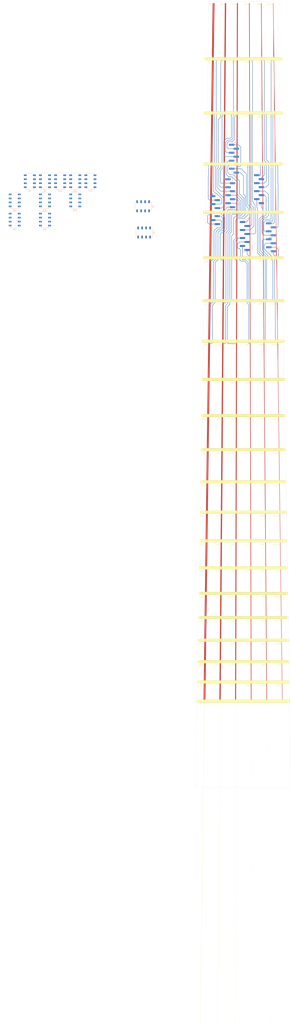
<source format=kicad_pcb>
(kicad_pcb (version 20171130) (host pcbnew "(5.1.10)-1")
  (layers (0 F.Cu signal) (1 In1.Cu power) (2 In2.Cu power) (31 B.Cu signal) (34 B.Paste user) (35 F.Paste user) (36 B.SilkS user) (37 F.SilkS user) (38 B.Mask user) (39 F.Mask user) (44 Edge.Cuts user))
  (net 0 "")
  (net 1 "Net-(J3-Pad8)")
  (net 2 "Net-(J3-Pad7)")
  (net 3 "Net-(J3-Pad6)")
  (net 4 "Net-(J3-Pad5)")
  (net 5 "Net-(J6-Pad8)")
  (net 6 "Net-(J6-Pad7)")
  (net 7 "Net-(J6-Pad6)")
  (net 8 "Net-(J6-Pad5)")
  (net 9 /Electrode_1)
  (net 10 /Electrode_2)
  (net 11 /Electrode_3)
  (net 12 /Electrode_4)
  (net 13 /Electrode_5)
  (net 14 /Electrode_6)
  (net 15 /Electrode_7)
  (net 16 /Electrode_8)
  (net 17 /Electrode_9)
  (net 18 /Electrode_10)
  (net 19 /Electrode_11)
  (net 20 /Electrode_12)
  (net 21 /Electrode_13)
  (net 22 /Electrode_14)
  (net 23 /Electrode_15)
  (net 24 /Electrode_16)
  (net 25 /Electrode_17)
  (net 26 /Electrode_18)
  (net 27 /Electrode_19)
  (net 28 /Electrode_20)
  (net 29 /Electrode_21)
  (net 30 /Electrode_22)
  (net 31 /Electrode_23)
  (net 32 /Electrode_24)
  (net 33 /Electrode_25)
  (net 34 /Electrode_26)
  (net 35 /Electrode_27)
  (net 36 /Electrode_28)
  (net 37 /Electrode_29)
  (net 38 /Electrode_30)
  (net 39 /Electrode_31)
  (net 40 /Electrode_32)
  (net 41 /Electrode_33)
  (net 42 /Electrode_34)
  (net 43 /Electrode_35)
  (net 44 /Electrode_36)
  (net 45 /Electrode_37)
  (net 46 /Electrode_38)
  (net 47 /Electrode_39)
  (net 48 /Electrode_40)
  (net 49 /Electrode_41)
  (net 50 /Electrode_42)
  (net 51 /Electrode_43)
  (net 52 /Electrode_44)
  (net 53 /Electrode_45)
  (net 54 /Electrode_46)
  (net 55 /Electrode_47)
  (net 56 /Electrode_48)
  (net 57 /Electrode_49)
  (net 58 /Electrode_50)
  (net 59 /Electrode_51)
  (net 60 /Electrode_52)
  (net 61 /Electrode_53)
  (net 62 /Electrode_54)
  (net 63 /Electrode_55)
  (net 64 /Electrode_56)
  (net 65 /Electrode_57)
  (net 66 /Electrode_58)
  (net 67 /Electrode_59)
  (net 68 /Electrode_60)
  (net 69 /Electrode_61)
  (net 70 /Electrode_62)
  (net 71 /Electrode_63)
  (net 72 /Electrode_64)
  (net 73 /Electrode_65)
  (net 74 /Electrode_66)
  (net 75 /Electrode_67)
  (net 76 /Electrode_68)
  (net 77 /Electrode_69)
  (net 78 /Electrode_70)
  (net 79 /Electrode_71)
  (net 80 /Electrode_72)
  (net 81 /Electrode_73)
  (net 82 /Electrode_74)
  (net 83 /Electrode_75)
  (net 84 /Electrode_76)
  (net 85 /Electrode_77)
  (net 86 /Electrode_78)
  (net 87 /Electrode_79)
  (net 88 /Electrode_80)
  (net 89 /Electrode_81)
  (net 90 /Electrode_82)
  (net 91 /Electrode_83)
  (net 92 /Electrode_84)
  (net 93 /Electrode_85)
  (net 94 /Electrode_86)
  (net 95 /Electrode_87)
  (net 96 /Electrode_88)
  (net 97 /Electrode_89)
  (net 98 /Electrode_90)
  (net 99 /Electrode_91)
  (net 100 /Electrode_92)
  (net 101 /Electrode_93)
  (net 102 /Electrode_94)
  (net 103 /Electrode_95)
  (net 104 /Electrode_96)
  (net 105 /Electrode_97)
  (net 106 /Electrode_98)
  (net 107 /Electrode_99)
  (net 108 /Electrode_100)
  (net 109 /Electrode_101)
  (net 110 /Electrode_102)
  (net 111 /Electrode_103)
  (net 112 /Electrode_104)
  (net 113 /Electrode_105)
  (net 114 /Electrode_106)
  (net 115 /Electrode_107)
  (net 116 /Electrode_108)
  (net 117 /Electrode_109)
  (net 118 /Electrode_110)
  (net 119 /Electrode_111)
  (net 120 /Electrode_112)
  (net 121 /Electrode_113)
  (net 122 /Electrode_114)
  (net 123 /Electrode_115)
  (net 124 /Electrode_116)
  (net 125 /Electrode_117)
  (net 126 /Electrode_118)
  (net 127 /Electrode_119)
  (net 128 /Electrode_120)
  (net 129 "Net-(J9-Pad8)")
  (net 130 "Net-(J9-Pad7)")
  (net 131 "Net-(J9-Pad6)")
  (net 132 "Net-(J9-Pad5)")
  (net 133 "Net-(J12-Pad8)")
  (net 134 "Net-(J12-Pad7)")
  (net 135 "Net-(J12-Pad6)")
  (net 136 "Net-(J12-Pad5)")
  (net 137 "Net-(J15-Pad8)")
  (net 138 "Net-(J15-Pad7)")
  (net 139 "Net-(J15-Pad6)")
  (net 140 "Net-(J15-Pad5)")
  (net 141 "Net-(J18-Pad8)")
  (net 142 "Net-(J18-Pad7)")
  (net 143 "Net-(J18-Pad6)")
  (net 144 "Net-(J18-Pad5)")
  (module Custom:SAMTEC_TSM-108-01-F-SV (layer B.Cu) (at 39.64 150.04 90)
    (fp_text reference J16 (at -6.985 4.825 90) (layer B.SilkS) (effects (justify mirror)))
    (fp_text value Conn_01x08)
    (pad 1 smd rect (at 8.89 -1.46 90) (size 1.27 3.43) (layers B.Cu B.Paste B.Mask) (net 112 /Electrode_104))
    (pad 2 smd rect (at 6.35 1.46 90) (size 1.27 3.43) (layers B.Cu B.Paste B.Mask) (net 111 /Electrode_103))
    (pad 3 smd rect (at 3.81 -1.46 90) (size 1.27 3.43) (layers B.Cu B.Paste B.Mask) (net 110 /Electrode_102))
    (pad 4 smd rect (at 1.27 1.46 90) (size 1.27 3.43) (layers B.Cu B.Paste B.Mask) (net 109 /Electrode_101))
    (pad 5 smd rect (at -1.27 -1.46 90) (size 1.27 3.43) (layers B.Cu B.Paste B.Mask) (net 116 /Electrode_108))
    (pad 6 smd rect (at -3.81 1.46 90) (size 1.27 3.43) (layers B.Cu B.Paste B.Mask) (net 115 /Electrode_107))
    (pad 7 smd rect (at -6.35 -1.46 90) (size 1.27 3.43) (layers B.Cu B.Paste B.Mask) (net 114 /Electrode_106))
    (pad 8 smd rect (at -8.89 1.46 90) (size 1.27 3.43) (layers B.Cu B.Paste B.Mask) (net 113 /Electrode_105))
  )
  (module Custom:SAMTEC_TSM-108-01-F-SV (layer B.Cu) (at 32 119.4 90)
    (fp_text reference J13 (at -6.985 4.825 90) (layer B.SilkS) (effects (justify mirror)))
    (fp_text value Conn_01x08)
    (pad 8 smd rect (at -8.89 1.46 90) (size 1.27 3.43) (layers B.Cu B.Paste B.Mask) (net 93 /Electrode_85))
    (pad 7 smd rect (at -6.35 -1.46 90) (size 1.27 3.43) (layers B.Cu B.Paste B.Mask) (net 94 /Electrode_86))
    (pad 6 smd rect (at -3.81 1.46 90) (size 1.27 3.43) (layers B.Cu B.Paste B.Mask) (net 95 /Electrode_87))
    (pad 5 smd rect (at -1.27 -1.46 90) (size 1.27 3.43) (layers B.Cu B.Paste B.Mask) (net 96 /Electrode_88))
    (pad 4 smd rect (at 1.27 1.46 90) (size 1.27 3.43) (layers B.Cu B.Paste B.Mask) (net 89 /Electrode_81))
    (pad 3 smd rect (at 3.81 -1.46 90) (size 1.27 3.43) (layers B.Cu B.Paste B.Mask) (net 90 /Electrode_82))
    (pad 2 smd rect (at 6.35 1.46 90) (size 1.27 3.43) (layers B.Cu B.Paste B.Mask) (net 91 /Electrode_83))
    (pad 1 smd rect (at 8.89 -1.46 90) (size 1.27 3.43) (layers B.Cu B.Paste B.Mask) (net 92 /Electrode_84))
  )
  (module Custom:SAMTEC_TSM-108-01-F-SV (layer B.Cu) (at 22.9 149.2 90)
    (fp_text reference J10 (at -6.985 4.825 90) (layer B.SilkS) (effects (justify mirror)))
    (fp_text value Conn_01x08)
    (pad 8 smd rect (at -8.89 1.46 90) (size 1.27 3.43) (layers B.Cu B.Paste B.Mask) (net 73 /Electrode_65))
    (pad 7 smd rect (at -6.35 -1.46 90) (size 1.27 3.43) (layers B.Cu B.Paste B.Mask) (net 74 /Electrode_66))
    (pad 6 smd rect (at -3.81 1.46 90) (size 1.27 3.43) (layers B.Cu B.Paste B.Mask) (net 75 /Electrode_67))
    (pad 5 smd rect (at -1.27 -1.46 90) (size 1.27 3.43) (layers B.Cu B.Paste B.Mask) (net 76 /Electrode_68))
    (pad 4 smd rect (at 1.27 1.46 90) (size 1.27 3.43) (layers B.Cu B.Paste B.Mask) (net 69 /Electrode_61))
    (pad 3 smd rect (at 3.81 -1.46 90) (size 1.27 3.43) (layers B.Cu B.Paste B.Mask) (net 70 /Electrode_62))
    (pad 2 smd rect (at 6.35 1.46 90) (size 1.27 3.43) (layers B.Cu B.Paste B.Mask) (net 71 /Electrode_63))
    (pad 1 smd rect (at 8.89 -1.46 90) (size 1.27 3.43) (layers B.Cu B.Paste B.Mask) (net 72 /Electrode_64))
  )
  (module Custom:SAMTEC_TSM-108-01-F-SV (layer B.Cu) (at 16 100 90)
    (fp_text reference J7 (at -6.985 4.825 90) (layer B.SilkS) (effects (justify mirror)))
    (fp_text value Conn_01x08)
    (pad 1 smd rect (at 8.89 -1.46 90) (size 1.27 3.43) (layers B.Cu B.Paste B.Mask) (net 52 /Electrode_44))
    (pad 2 smd rect (at 6.35 1.46 90) (size 1.27 3.43) (layers B.Cu B.Paste B.Mask) (net 51 /Electrode_43))
    (pad 3 smd rect (at 3.81 -1.46 90) (size 1.27 3.43) (layers B.Cu B.Paste B.Mask) (net 50 /Electrode_42))
    (pad 4 smd rect (at 1.27 1.46 90) (size 1.27 3.43) (layers B.Cu B.Paste B.Mask) (net 49 /Electrode_41))
    (pad 5 smd rect (at -1.27 -1.46 90) (size 1.27 3.43) (layers B.Cu B.Paste B.Mask) (net 56 /Electrode_48))
    (pad 6 smd rect (at -3.81 1.46 90) (size 1.27 3.43) (layers B.Cu B.Paste B.Mask) (net 55 /Electrode_47))
    (pad 7 smd rect (at -6.35 -1.46 90) (size 1.27 3.43) (layers B.Cu B.Paste B.Mask) (net 54 /Electrode_46))
    (pad 8 smd rect (at -8.89 1.46 90) (size 1.27 3.43) (layers B.Cu B.Paste B.Mask) (net 53 /Electrode_45))
  )
  (module Custom:SAMTEC_TSM-108-01-F-SV (layer B.Cu) (at 13.65 122 90)
    (fp_text reference J4 (at -6.985 4.825 90) (layer B.SilkS) (effects (justify mirror)))
    (fp_text value Conn_01x08)
    (pad 8 smd rect (at -8.89 1.46 90) (size 1.27 3.43) (layers B.Cu B.Paste B.Mask) (net 33 /Electrode_25))
    (pad 7 smd rect (at -6.35 -1.46 90) (size 1.27 3.43) (layers B.Cu B.Paste B.Mask) (net 34 /Electrode_26))
    (pad 6 smd rect (at -3.81 1.46 90) (size 1.27 3.43) (layers B.Cu B.Paste B.Mask) (net 35 /Electrode_27))
    (pad 5 smd rect (at -1.27 -1.46 90) (size 1.27 3.43) (layers B.Cu B.Paste B.Mask) (net 36 /Electrode_28))
    (pad 4 smd rect (at 1.27 1.46 90) (size 1.27 3.43) (layers B.Cu B.Paste B.Mask) (net 29 /Electrode_21))
    (pad 3 smd rect (at 3.81 -1.46 90) (size 1.27 3.43) (layers B.Cu B.Paste B.Mask) (net 30 /Electrode_22))
    (pad 2 smd rect (at 6.35 1.46 90) (size 1.27 3.43) (layers B.Cu B.Paste B.Mask) (net 31 /Electrode_23))
    (pad 1 smd rect (at 8.89 -1.46 90) (size 1.27 3.43) (layers B.Cu B.Paste B.Mask) (net 32 /Electrode_24))
  )
  (module Custom:SAMTEC_TSM-108-01-F-SV (layer B.Cu) (at 3.91 132.75 90)
    (fp_text reference J1 (at -6.985 4.825 270) (layer B.SilkS) (effects (justify mirror)))
    (fp_text value Conn_01x08)
    (pad 1 smd rect (at 8.89 -1.46 90) (size 1.27 3.43) (layers B.Cu B.Paste B.Mask) (net 12 /Electrode_4))
    (pad 2 smd rect (at 6.35 1.46 90) (size 1.27 3.43) (layers B.Cu B.Paste B.Mask) (net 11 /Electrode_3))
    (pad 3 smd rect (at 3.81 -1.46 90) (size 1.27 3.43) (layers B.Cu B.Paste B.Mask) (net 10 /Electrode_2))
    (pad 4 smd rect (at 1.27 1.46 90) (size 1.27 3.43) (layers B.Cu B.Paste B.Mask) (net 9 /Electrode_1))
    (pad 5 smd rect (at -1.27 -1.46 90) (size 1.27 3.43) (layers B.Cu B.Paste B.Mask) (net 16 /Electrode_8))
    (pad 6 smd rect (at -3.81 1.46 90) (size 1.27 3.43) (layers B.Cu B.Paste B.Mask) (net 15 /Electrode_7))
    (pad 7 smd rect (at -6.35 -1.46 90) (size 1.27 3.43) (layers B.Cu B.Paste B.Mask) (net 14 /Electrode_6))
    (pad 8 smd rect (at -8.89 1.46 90) (size 1.27 3.43) (layers B.Cu B.Paste B.Mask) (net 13 /Electrode_5))
  )
  (module Connector_Harwin:Harwin_M20-7810445_2x04_P2.54mm_Vertical (layer B.Cu) (at -85.15 126.56)
    (fp_text reference J18 (at 0 6.28) (layer B.SilkS) (effects (justify mirror)))
    (fp_text value Conn_02x04_Top_Bottom)
    (pad 8 smd rect (at 2.91 -3.81) (size 1.78 1.02) (layers B.Cu B.Paste B.Mask) (net 141 "Net-(J18-Pad8)"))
    (pad 7 smd rect (at 2.91 -1.27) (size 1.78 1.02) (layers B.Cu B.Paste B.Mask) (net 142 "Net-(J18-Pad7)"))
    (pad 6 smd rect (at 2.91 1.27) (size 1.78 1.02) (layers B.Cu B.Paste B.Mask) (net 143 "Net-(J18-Pad6)"))
    (pad 5 smd rect (at 2.91 3.81) (size 1.78 1.02) (layers B.Cu B.Paste B.Mask) (net 144 "Net-(J18-Pad5)"))
    (pad 4 smd rect (at -2.91 -3.81) (size 1.78 1.02) (layers B.Cu B.Paste B.Mask) (net 128 /Electrode_120))
    (pad 3 smd rect (at -2.91 -1.27) (size 1.78 1.02) (layers B.Cu B.Paste B.Mask) (net 127 /Electrode_119))
    (pad 2 smd rect (at -2.91 1.27) (size 1.78 1.02) (layers B.Cu B.Paste B.Mask) (net 126 /Electrode_118))
    (pad 1 smd rect (at -2.91 3.81) (size 1.78 1.02) (layers B.Cu B.Paste B.Mask) (net 125 /Electrode_117))
    (pad "" np_thru_hole circle (at 1.27 -3.81) (size 1.02 1.02) (drill 1.02) (layers *.Cu *.Mask))
    (pad "" np_thru_hole circle (at 1.27 -1.27) (size 1.02 1.02) (drill 1.02) (layers *.Cu *.Mask))
    (pad "" np_thru_hole circle (at 1.27 1.27) (size 1.02 1.02) (drill 1.02) (layers *.Cu *.Mask))
    (pad "" np_thru_hole circle (at 1.27 3.81) (size 1.02 1.02) (drill 1.02) (layers *.Cu *.Mask))
    (pad "" np_thru_hole circle (at -1.27 -3.81) (size 1.02 1.02) (drill 1.02) (layers *.Cu *.Mask))
    (pad "" np_thru_hole circle (at -1.27 -1.27) (size 1.02 1.02) (drill 1.02) (layers *.Cu *.Mask))
    (pad "" np_thru_hole circle (at -1.27 1.27) (size 1.02 1.02) (drill 1.02) (layers *.Cu *.Mask))
    (pad "" np_thru_hole circle (at -1.27 3.81) (size 1.02 1.02) (drill 1.02) (layers *.Cu *.Mask))
    (pad "" np_thru_hole circle (at 0 -2.54) (size 1.8 1.8) (drill 1.8) (layers *.Cu *.Mask))
    (pad "" np_thru_hole circle (at 0 2.54) (size 1.8 1.8) (drill 1.8) (layers *.Cu *.Mask))
  )
  (module Connector_Harwin:Harwin_M20-7810445_2x04_P2.54mm_Vertical (layer B.Cu) (at -75.5 114.35)
    (fp_text reference J17 (at 0 6.28) (layer B.SilkS) (effects (justify mirror)))
    (fp_text value Conn_02x04_Top_Bottom)
    (pad 8 smd rect (at 2.91 -3.81) (size 1.78 1.02) (layers B.Cu B.Paste B.Mask) (net 124 /Electrode_116))
    (pad 7 smd rect (at 2.91 -1.27) (size 1.78 1.02) (layers B.Cu B.Paste B.Mask) (net 123 /Electrode_115))
    (pad 6 smd rect (at 2.91 1.27) (size 1.78 1.02) (layers B.Cu B.Paste B.Mask) (net 122 /Electrode_114))
    (pad 5 smd rect (at 2.91 3.81) (size 1.78 1.02) (layers B.Cu B.Paste B.Mask) (net 121 /Electrode_113))
    (pad 4 smd rect (at -2.91 -3.81) (size 1.78 1.02) (layers B.Cu B.Paste B.Mask) (net 120 /Electrode_112))
    (pad 3 smd rect (at -2.91 -1.27) (size 1.78 1.02) (layers B.Cu B.Paste B.Mask) (net 119 /Electrode_111))
    (pad 2 smd rect (at -2.91 1.27) (size 1.78 1.02) (layers B.Cu B.Paste B.Mask) (net 118 /Electrode_110))
    (pad 1 smd rect (at -2.91 3.81) (size 1.78 1.02) (layers B.Cu B.Paste B.Mask) (net 117 /Electrode_109))
    (pad "" np_thru_hole circle (at 1.27 -3.81) (size 1.02 1.02) (drill 1.02) (layers *.Cu *.Mask))
    (pad "" np_thru_hole circle (at 1.27 -1.27) (size 1.02 1.02) (drill 1.02) (layers *.Cu *.Mask))
    (pad "" np_thru_hole circle (at 1.27 1.27) (size 1.02 1.02) (drill 1.02) (layers *.Cu *.Mask))
    (pad "" np_thru_hole circle (at 1.27 3.81) (size 1.02 1.02) (drill 1.02) (layers *.Cu *.Mask))
    (pad "" np_thru_hole circle (at -1.27 -3.81) (size 1.02 1.02) (drill 1.02) (layers *.Cu *.Mask))
    (pad "" np_thru_hole circle (at -1.27 -1.27) (size 1.02 1.02) (drill 1.02) (layers *.Cu *.Mask))
    (pad "" np_thru_hole circle (at -1.27 1.27) (size 1.02 1.02) (drill 1.02) (layers *.Cu *.Mask))
    (pad "" np_thru_hole circle (at -1.27 3.81) (size 1.02 1.02) (drill 1.02) (layers *.Cu *.Mask))
    (pad "" np_thru_hole circle (at 0 -2.54) (size 1.8 1.8) (drill 1.8) (layers *.Cu *.Mask))
    (pad "" np_thru_hole circle (at 0 2.54) (size 1.8 1.8) (drill 1.8) (layers *.Cu *.Mask))
  )
  (module Connector_Harwin:Harwin_M20-7810445_2x04_P2.54mm_Vertical (layer B.Cu) (at -85.15 114.35)
    (fp_text reference J15 (at 0 6.28) (layer B.SilkS) (effects (justify mirror)))
    (fp_text value Conn_02x04_Top_Bottom)
    (pad 8 smd rect (at 2.91 -3.81) (size 1.78 1.02) (layers B.Cu B.Paste B.Mask) (net 137 "Net-(J15-Pad8)"))
    (pad 7 smd rect (at 2.91 -1.27) (size 1.78 1.02) (layers B.Cu B.Paste B.Mask) (net 138 "Net-(J15-Pad7)"))
    (pad 6 smd rect (at 2.91 1.27) (size 1.78 1.02) (layers B.Cu B.Paste B.Mask) (net 139 "Net-(J15-Pad6)"))
    (pad 5 smd rect (at 2.91 3.81) (size 1.78 1.02) (layers B.Cu B.Paste B.Mask) (net 140 "Net-(J15-Pad5)"))
    (pad 4 smd rect (at -2.91 -3.81) (size 1.78 1.02) (layers B.Cu B.Paste B.Mask) (net 108 /Electrode_100))
    (pad 3 smd rect (at -2.91 -1.27) (size 1.78 1.02) (layers B.Cu B.Paste B.Mask) (net 107 /Electrode_99))
    (pad 2 smd rect (at -2.91 1.27) (size 1.78 1.02) (layers B.Cu B.Paste B.Mask) (net 106 /Electrode_98))
    (pad 1 smd rect (at -2.91 3.81) (size 1.78 1.02) (layers B.Cu B.Paste B.Mask) (net 105 /Electrode_97))
    (pad "" np_thru_hole circle (at 1.27 -3.81) (size 1.02 1.02) (drill 1.02) (layers *.Cu *.Mask))
    (pad "" np_thru_hole circle (at 1.27 -1.27) (size 1.02 1.02) (drill 1.02) (layers *.Cu *.Mask))
    (pad "" np_thru_hole circle (at 1.27 1.27) (size 1.02 1.02) (drill 1.02) (layers *.Cu *.Mask))
    (pad "" np_thru_hole circle (at 1.27 3.81) (size 1.02 1.02) (drill 1.02) (layers *.Cu *.Mask))
    (pad "" np_thru_hole circle (at -1.27 -3.81) (size 1.02 1.02) (drill 1.02) (layers *.Cu *.Mask))
    (pad "" np_thru_hole circle (at -1.27 -1.27) (size 1.02 1.02) (drill 1.02) (layers *.Cu *.Mask))
    (pad "" np_thru_hole circle (at -1.27 1.27) (size 1.02 1.02) (drill 1.02) (layers *.Cu *.Mask))
    (pad "" np_thru_hole circle (at -1.27 3.81) (size 1.02 1.02) (drill 1.02) (layers *.Cu *.Mask))
    (pad "" np_thru_hole circle (at 0 -2.54) (size 1.8 1.8) (drill 1.8) (layers *.Cu *.Mask))
    (pad "" np_thru_hole circle (at 0 2.54) (size 1.8 1.8) (drill 1.8) (layers *.Cu *.Mask))
  )
  (module Connector_Harwin:Harwin_M20-7810445_2x04_P2.54mm_Vertical (layer B.Cu) (at -104.45 138.77)
    (fp_text reference J14 (at 0 6.28) (layer B.SilkS) (effects (justify mirror)))
    (fp_text value Conn_02x04_Top_Bottom)
    (pad 8 smd rect (at 2.91 -3.81) (size 1.78 1.02) (layers B.Cu B.Paste B.Mask) (net 104 /Electrode_96))
    (pad 7 smd rect (at 2.91 -1.27) (size 1.78 1.02) (layers B.Cu B.Paste B.Mask) (net 103 /Electrode_95))
    (pad 6 smd rect (at 2.91 1.27) (size 1.78 1.02) (layers B.Cu B.Paste B.Mask) (net 102 /Electrode_94))
    (pad 5 smd rect (at 2.91 3.81) (size 1.78 1.02) (layers B.Cu B.Paste B.Mask) (net 101 /Electrode_93))
    (pad 4 smd rect (at -2.91 -3.81) (size 1.78 1.02) (layers B.Cu B.Paste B.Mask) (net 100 /Electrode_92))
    (pad 3 smd rect (at -2.91 -1.27) (size 1.78 1.02) (layers B.Cu B.Paste B.Mask) (net 99 /Electrode_91))
    (pad 2 smd rect (at -2.91 1.27) (size 1.78 1.02) (layers B.Cu B.Paste B.Mask) (net 98 /Electrode_90))
    (pad 1 smd rect (at -2.91 3.81) (size 1.78 1.02) (layers B.Cu B.Paste B.Mask) (net 97 /Electrode_89))
    (pad "" np_thru_hole circle (at 1.27 -3.81) (size 1.02 1.02) (drill 1.02) (layers *.Cu *.Mask))
    (pad "" np_thru_hole circle (at 1.27 -1.27) (size 1.02 1.02) (drill 1.02) (layers *.Cu *.Mask))
    (pad "" np_thru_hole circle (at 1.27 1.27) (size 1.02 1.02) (drill 1.02) (layers *.Cu *.Mask))
    (pad "" np_thru_hole circle (at 1.27 3.81) (size 1.02 1.02) (drill 1.02) (layers *.Cu *.Mask))
    (pad "" np_thru_hole circle (at -1.27 -3.81) (size 1.02 1.02) (drill 1.02) (layers *.Cu *.Mask))
    (pad "" np_thru_hole circle (at -1.27 -1.27) (size 1.02 1.02) (drill 1.02) (layers *.Cu *.Mask))
    (pad "" np_thru_hole circle (at -1.27 1.27) (size 1.02 1.02) (drill 1.02) (layers *.Cu *.Mask))
    (pad "" np_thru_hole circle (at -1.27 3.81) (size 1.02 1.02) (drill 1.02) (layers *.Cu *.Mask))
    (pad "" np_thru_hole circle (at 0 -2.54) (size 1.8 1.8) (drill 1.8) (layers *.Cu *.Mask))
    (pad "" np_thru_hole circle (at 0 2.54) (size 1.8 1.8) (drill 1.8) (layers *.Cu *.Mask))
  )
  (module Connector_Harwin:Harwin_M20-7810445_2x04_P2.54mm_Vertical (layer B.Cu) (at -104.45 126.56)
    (fp_text reference J12 (at 0 6.28) (layer B.SilkS) (effects (justify mirror)))
    (fp_text value Conn_02x04_Top_Bottom)
    (pad 8 smd rect (at 2.91 -3.81) (size 1.78 1.02) (layers B.Cu B.Paste B.Mask) (net 133 "Net-(J12-Pad8)"))
    (pad 7 smd rect (at 2.91 -1.27) (size 1.78 1.02) (layers B.Cu B.Paste B.Mask) (net 134 "Net-(J12-Pad7)"))
    (pad 6 smd rect (at 2.91 1.27) (size 1.78 1.02) (layers B.Cu B.Paste B.Mask) (net 135 "Net-(J12-Pad6)"))
    (pad 5 smd rect (at 2.91 3.81) (size 1.78 1.02) (layers B.Cu B.Paste B.Mask) (net 136 "Net-(J12-Pad5)"))
    (pad 4 smd rect (at -2.91 -3.81) (size 1.78 1.02) (layers B.Cu B.Paste B.Mask) (net 88 /Electrode_80))
    (pad 3 smd rect (at -2.91 -1.27) (size 1.78 1.02) (layers B.Cu B.Paste B.Mask) (net 87 /Electrode_79))
    (pad 2 smd rect (at -2.91 1.27) (size 1.78 1.02) (layers B.Cu B.Paste B.Mask) (net 86 /Electrode_78))
    (pad 1 smd rect (at -2.91 3.81) (size 1.78 1.02) (layers B.Cu B.Paste B.Mask) (net 85 /Electrode_77))
    (pad "" np_thru_hole circle (at 1.27 -3.81) (size 1.02 1.02) (drill 1.02) (layers *.Cu *.Mask))
    (pad "" np_thru_hole circle (at 1.27 -1.27) (size 1.02 1.02) (drill 1.02) (layers *.Cu *.Mask))
    (pad "" np_thru_hole circle (at 1.27 1.27) (size 1.02 1.02) (drill 1.02) (layers *.Cu *.Mask))
    (pad "" np_thru_hole circle (at 1.27 3.81) (size 1.02 1.02) (drill 1.02) (layers *.Cu *.Mask))
    (pad "" np_thru_hole circle (at -1.27 -3.81) (size 1.02 1.02) (drill 1.02) (layers *.Cu *.Mask))
    (pad "" np_thru_hole circle (at -1.27 -1.27) (size 1.02 1.02) (drill 1.02) (layers *.Cu *.Mask))
    (pad "" np_thru_hole circle (at -1.27 1.27) (size 1.02 1.02) (drill 1.02) (layers *.Cu *.Mask))
    (pad "" np_thru_hole circle (at -1.27 3.81) (size 1.02 1.02) (drill 1.02) (layers *.Cu *.Mask))
    (pad "" np_thru_hole circle (at 0 -2.54) (size 1.8 1.8) (drill 1.8) (layers *.Cu *.Mask))
    (pad "" np_thru_hole circle (at 0 2.54) (size 1.8 1.8) (drill 1.8) (layers *.Cu *.Mask))
  )
  (module Connector_Harwin:Harwin_M20-7810445_2x04_P2.54mm_Vertical (layer B.Cu) (at -94.8 114.35)
    (fp_text reference J11 (at 0 6.28) (layer B.SilkS) (effects (justify mirror)))
    (fp_text value Conn_02x04_Top_Bottom)
    (pad 8 smd rect (at 2.91 -3.81) (size 1.78 1.02) (layers B.Cu B.Paste B.Mask) (net 84 /Electrode_76))
    (pad 7 smd rect (at 2.91 -1.27) (size 1.78 1.02) (layers B.Cu B.Paste B.Mask) (net 83 /Electrode_75))
    (pad 6 smd rect (at 2.91 1.27) (size 1.78 1.02) (layers B.Cu B.Paste B.Mask) (net 82 /Electrode_74))
    (pad 5 smd rect (at 2.91 3.81) (size 1.78 1.02) (layers B.Cu B.Paste B.Mask) (net 81 /Electrode_73))
    (pad 4 smd rect (at -2.91 -3.81) (size 1.78 1.02) (layers B.Cu B.Paste B.Mask) (net 80 /Electrode_72))
    (pad 3 smd rect (at -2.91 -1.27) (size 1.78 1.02) (layers B.Cu B.Paste B.Mask) (net 79 /Electrode_71))
    (pad 2 smd rect (at -2.91 1.27) (size 1.78 1.02) (layers B.Cu B.Paste B.Mask) (net 78 /Electrode_70))
    (pad 1 smd rect (at -2.91 3.81) (size 1.78 1.02) (layers B.Cu B.Paste B.Mask) (net 77 /Electrode_69))
    (pad "" np_thru_hole circle (at 1.27 -3.81) (size 1.02 1.02) (drill 1.02) (layers *.Cu *.Mask))
    (pad "" np_thru_hole circle (at 1.27 -1.27) (size 1.02 1.02) (drill 1.02) (layers *.Cu *.Mask))
    (pad "" np_thru_hole circle (at 1.27 1.27) (size 1.02 1.02) (drill 1.02) (layers *.Cu *.Mask))
    (pad "" np_thru_hole circle (at 1.27 3.81) (size 1.02 1.02) (drill 1.02) (layers *.Cu *.Mask))
    (pad "" np_thru_hole circle (at -1.27 -3.81) (size 1.02 1.02) (drill 1.02) (layers *.Cu *.Mask))
    (pad "" np_thru_hole circle (at -1.27 -1.27) (size 1.02 1.02) (drill 1.02) (layers *.Cu *.Mask))
    (pad "" np_thru_hole circle (at -1.27 1.27) (size 1.02 1.02) (drill 1.02) (layers *.Cu *.Mask))
    (pad "" np_thru_hole circle (at -1.27 3.81) (size 1.02 1.02) (drill 1.02) (layers *.Cu *.Mask))
    (pad "" np_thru_hole circle (at 0 -2.54) (size 1.8 1.8) (drill 1.8) (layers *.Cu *.Mask))
    (pad "" np_thru_hole circle (at 0 2.54) (size 1.8 1.8) (drill 1.8) (layers *.Cu *.Mask))
  )
  (module Connector_Harwin:Harwin_M20-7810445_2x04_P2.54mm_Vertical (layer B.Cu) (at -104.45 114.35)
    (fp_text reference J9 (at 0 6.28) (layer B.SilkS) (effects (justify mirror)))
    (fp_text value Conn_02x04_Top_Bottom)
    (pad 8 smd rect (at 2.91 -3.81) (size 1.78 1.02) (layers B.Cu B.Paste B.Mask) (net 129 "Net-(J9-Pad8)"))
    (pad 7 smd rect (at 2.91 -1.27) (size 1.78 1.02) (layers B.Cu B.Paste B.Mask) (net 130 "Net-(J9-Pad7)"))
    (pad 6 smd rect (at 2.91 1.27) (size 1.78 1.02) (layers B.Cu B.Paste B.Mask) (net 131 "Net-(J9-Pad6)"))
    (pad 5 smd rect (at 2.91 3.81) (size 1.78 1.02) (layers B.Cu B.Paste B.Mask) (net 132 "Net-(J9-Pad5)"))
    (pad 4 smd rect (at -2.91 -3.81) (size 1.78 1.02) (layers B.Cu B.Paste B.Mask) (net 68 /Electrode_60))
    (pad 3 smd rect (at -2.91 -1.27) (size 1.78 1.02) (layers B.Cu B.Paste B.Mask) (net 67 /Electrode_59))
    (pad 2 smd rect (at -2.91 1.27) (size 1.78 1.02) (layers B.Cu B.Paste B.Mask) (net 66 /Electrode_58))
    (pad 1 smd rect (at -2.91 3.81) (size 1.78 1.02) (layers B.Cu B.Paste B.Mask) (net 65 /Electrode_57))
    (pad "" np_thru_hole circle (at 1.27 -3.81) (size 1.02 1.02) (drill 1.02) (layers *.Cu *.Mask))
    (pad "" np_thru_hole circle (at 1.27 -1.27) (size 1.02 1.02) (drill 1.02) (layers *.Cu *.Mask))
    (pad "" np_thru_hole circle (at 1.27 1.27) (size 1.02 1.02) (drill 1.02) (layers *.Cu *.Mask))
    (pad "" np_thru_hole circle (at 1.27 3.81) (size 1.02 1.02) (drill 1.02) (layers *.Cu *.Mask))
    (pad "" np_thru_hole circle (at -1.27 -3.81) (size 1.02 1.02) (drill 1.02) (layers *.Cu *.Mask))
    (pad "" np_thru_hole circle (at -1.27 -1.27) (size 1.02 1.02) (drill 1.02) (layers *.Cu *.Mask))
    (pad "" np_thru_hole circle (at -1.27 1.27) (size 1.02 1.02) (drill 1.02) (layers *.Cu *.Mask))
    (pad "" np_thru_hole circle (at -1.27 3.81) (size 1.02 1.02) (drill 1.02) (layers *.Cu *.Mask))
    (pad "" np_thru_hole circle (at 0 -2.54) (size 1.8 1.8) (drill 1.8) (layers *.Cu *.Mask))
    (pad "" np_thru_hole circle (at 0 2.54) (size 1.8 1.8) (drill 1.8) (layers *.Cu *.Mask))
  )
  (module Connector_Harwin:Harwin_M20-7810445_2x04_P2.54mm_Vertical (layer B.Cu) (at -123.75 138.77)
    (fp_text reference J8 (at 0 6.28) (layer B.SilkS) (effects (justify mirror)))
    (fp_text value Conn_02x04_Top_Bottom)
    (pad 8 smd rect (at 2.91 -3.81) (size 1.78 1.02) (layers B.Cu B.Paste B.Mask) (net 64 /Electrode_56))
    (pad 7 smd rect (at 2.91 -1.27) (size 1.78 1.02) (layers B.Cu B.Paste B.Mask) (net 63 /Electrode_55))
    (pad 6 smd rect (at 2.91 1.27) (size 1.78 1.02) (layers B.Cu B.Paste B.Mask) (net 62 /Electrode_54))
    (pad 5 smd rect (at 2.91 3.81) (size 1.78 1.02) (layers B.Cu B.Paste B.Mask) (net 61 /Electrode_53))
    (pad 4 smd rect (at -2.91 -3.81) (size 1.78 1.02) (layers B.Cu B.Paste B.Mask) (net 60 /Electrode_52))
    (pad 3 smd rect (at -2.91 -1.27) (size 1.78 1.02) (layers B.Cu B.Paste B.Mask) (net 59 /Electrode_51))
    (pad 2 smd rect (at -2.91 1.27) (size 1.78 1.02) (layers B.Cu B.Paste B.Mask) (net 58 /Electrode_50))
    (pad 1 smd rect (at -2.91 3.81) (size 1.78 1.02) (layers B.Cu B.Paste B.Mask) (net 57 /Electrode_49))
    (pad "" np_thru_hole circle (at 1.27 -3.81) (size 1.02 1.02) (drill 1.02) (layers *.Cu *.Mask))
    (pad "" np_thru_hole circle (at 1.27 -1.27) (size 1.02 1.02) (drill 1.02) (layers *.Cu *.Mask))
    (pad "" np_thru_hole circle (at 1.27 1.27) (size 1.02 1.02) (drill 1.02) (layers *.Cu *.Mask))
    (pad "" np_thru_hole circle (at 1.27 3.81) (size 1.02 1.02) (drill 1.02) (layers *.Cu *.Mask))
    (pad "" np_thru_hole circle (at -1.27 -3.81) (size 1.02 1.02) (drill 1.02) (layers *.Cu *.Mask))
    (pad "" np_thru_hole circle (at -1.27 -1.27) (size 1.02 1.02) (drill 1.02) (layers *.Cu *.Mask))
    (pad "" np_thru_hole circle (at -1.27 1.27) (size 1.02 1.02) (drill 1.02) (layers *.Cu *.Mask))
    (pad "" np_thru_hole circle (at -1.27 3.81) (size 1.02 1.02) (drill 1.02) (layers *.Cu *.Mask))
    (pad "" np_thru_hole circle (at 0 -2.54) (size 1.8 1.8) (drill 1.8) (layers *.Cu *.Mask))
    (pad "" np_thru_hole circle (at 0 2.54) (size 1.8 1.8) (drill 1.8) (layers *.Cu *.Mask))
  )
  (module Connector_Harwin:Harwin_M20-7810445_2x04_P2.54mm_Vertical (layer B.Cu) (at -123.75 126.56)
    (fp_text reference J6 (at 0 6.28) (layer B.SilkS) (effects (justify mirror)))
    (fp_text value Conn_02x04_Top_Bottom)
    (pad 8 smd rect (at 2.91 -3.81) (size 1.78 1.02) (layers B.Cu B.Paste B.Mask) (net 5 "Net-(J6-Pad8)"))
    (pad 7 smd rect (at 2.91 -1.27) (size 1.78 1.02) (layers B.Cu B.Paste B.Mask) (net 6 "Net-(J6-Pad7)"))
    (pad 6 smd rect (at 2.91 1.27) (size 1.78 1.02) (layers B.Cu B.Paste B.Mask) (net 7 "Net-(J6-Pad6)"))
    (pad 5 smd rect (at 2.91 3.81) (size 1.78 1.02) (layers B.Cu B.Paste B.Mask) (net 8 "Net-(J6-Pad5)"))
    (pad 4 smd rect (at -2.91 -3.81) (size 1.78 1.02) (layers B.Cu B.Paste B.Mask) (net 48 /Electrode_40))
    (pad 3 smd rect (at -2.91 -1.27) (size 1.78 1.02) (layers B.Cu B.Paste B.Mask) (net 47 /Electrode_39))
    (pad 2 smd rect (at -2.91 1.27) (size 1.78 1.02) (layers B.Cu B.Paste B.Mask) (net 46 /Electrode_38))
    (pad 1 smd rect (at -2.91 3.81) (size 1.78 1.02) (layers B.Cu B.Paste B.Mask) (net 45 /Electrode_37))
    (pad "" np_thru_hole circle (at 1.27 -3.81) (size 1.02 1.02) (drill 1.02) (layers *.Cu *.Mask))
    (pad "" np_thru_hole circle (at 1.27 -1.27) (size 1.02 1.02) (drill 1.02) (layers *.Cu *.Mask))
    (pad "" np_thru_hole circle (at 1.27 1.27) (size 1.02 1.02) (drill 1.02) (layers *.Cu *.Mask))
    (pad "" np_thru_hole circle (at 1.27 3.81) (size 1.02 1.02) (drill 1.02) (layers *.Cu *.Mask))
    (pad "" np_thru_hole circle (at -1.27 -3.81) (size 1.02 1.02) (drill 1.02) (layers *.Cu *.Mask))
    (pad "" np_thru_hole circle (at -1.27 -1.27) (size 1.02 1.02) (drill 1.02) (layers *.Cu *.Mask))
    (pad "" np_thru_hole circle (at -1.27 1.27) (size 1.02 1.02) (drill 1.02) (layers *.Cu *.Mask))
    (pad "" np_thru_hole circle (at -1.27 3.81) (size 1.02 1.02) (drill 1.02) (layers *.Cu *.Mask))
    (pad "" np_thru_hole circle (at 0 -2.54) (size 1.8 1.8) (drill 1.8) (layers *.Cu *.Mask))
    (pad "" np_thru_hole circle (at 0 2.54) (size 1.8 1.8) (drill 1.8) (layers *.Cu *.Mask))
  )
  (module Connector_Harwin:Harwin_M20-7810445_2x04_P2.54mm_Vertical (layer B.Cu) (at -114.1 114.35)
    (fp_text reference J5 (at 0 6.28) (layer B.SilkS) (effects (justify mirror)))
    (fp_text value Conn_02x04_Top_Bottom)
    (pad 8 smd rect (at 2.91 -3.81) (size 1.78 1.02) (layers B.Cu B.Paste B.Mask) (net 44 /Electrode_36))
    (pad 7 smd rect (at 2.91 -1.27) (size 1.78 1.02) (layers B.Cu B.Paste B.Mask) (net 43 /Electrode_35))
    (pad 6 smd rect (at 2.91 1.27) (size 1.78 1.02) (layers B.Cu B.Paste B.Mask) (net 42 /Electrode_34))
    (pad 5 smd rect (at 2.91 3.81) (size 1.78 1.02) (layers B.Cu B.Paste B.Mask) (net 41 /Electrode_33))
    (pad 4 smd rect (at -2.91 -3.81) (size 1.78 1.02) (layers B.Cu B.Paste B.Mask) (net 40 /Electrode_32))
    (pad 3 smd rect (at -2.91 -1.27) (size 1.78 1.02) (layers B.Cu B.Paste B.Mask) (net 39 /Electrode_31))
    (pad 2 smd rect (at -2.91 1.27) (size 1.78 1.02) (layers B.Cu B.Paste B.Mask) (net 38 /Electrode_30))
    (pad 1 smd rect (at -2.91 3.81) (size 1.78 1.02) (layers B.Cu B.Paste B.Mask) (net 37 /Electrode_29))
    (pad "" np_thru_hole circle (at 1.27 -3.81) (size 1.02 1.02) (drill 1.02) (layers *.Cu *.Mask))
    (pad "" np_thru_hole circle (at 1.27 -1.27) (size 1.02 1.02) (drill 1.02) (layers *.Cu *.Mask))
    (pad "" np_thru_hole circle (at 1.27 1.27) (size 1.02 1.02) (drill 1.02) (layers *.Cu *.Mask))
    (pad "" np_thru_hole circle (at 1.27 3.81) (size 1.02 1.02) (drill 1.02) (layers *.Cu *.Mask))
    (pad "" np_thru_hole circle (at -1.27 -3.81) (size 1.02 1.02) (drill 1.02) (layers *.Cu *.Mask))
    (pad "" np_thru_hole circle (at -1.27 -1.27) (size 1.02 1.02) (drill 1.02) (layers *.Cu *.Mask))
    (pad "" np_thru_hole circle (at -1.27 1.27) (size 1.02 1.02) (drill 1.02) (layers *.Cu *.Mask))
    (pad "" np_thru_hole circle (at -1.27 3.81) (size 1.02 1.02) (drill 1.02) (layers *.Cu *.Mask))
    (pad "" np_thru_hole circle (at 0 -2.54) (size 1.8 1.8) (drill 1.8) (layers *.Cu *.Mask))
    (pad "" np_thru_hole circle (at 0 2.54) (size 1.8 1.8) (drill 1.8) (layers *.Cu *.Mask))
  )
  (module Connector_Harwin:Harwin_M20-7810445_2x04_P2.54mm_Vertical (layer B.Cu) (at -41.9 130.3 90)
    (fp_text reference J3 (at 0 6.28 90) (layer B.SilkS) (effects (justify mirror)))
    (fp_text value Conn_02x04_Top_Bottom)
    (pad 8 smd rect (at 2.91 -3.81 90) (size 1.78 1.02) (layers B.Cu B.Paste B.Mask) (net 1 "Net-(J3-Pad8)"))
    (pad 7 smd rect (at 2.91 -1.27 90) (size 1.78 1.02) (layers B.Cu B.Paste B.Mask) (net 2 "Net-(J3-Pad7)"))
    (pad 6 smd rect (at 2.91 1.27 90) (size 1.78 1.02) (layers B.Cu B.Paste B.Mask) (net 3 "Net-(J3-Pad6)"))
    (pad 5 smd rect (at 2.91 3.81 90) (size 1.78 1.02) (layers B.Cu B.Paste B.Mask) (net 4 "Net-(J3-Pad5)"))
    (pad 4 smd rect (at -2.91 -3.81 90) (size 1.78 1.02) (layers B.Cu B.Paste B.Mask) (net 28 /Electrode_20))
    (pad 3 smd rect (at -2.91 -1.27 90) (size 1.78 1.02) (layers B.Cu B.Paste B.Mask) (net 27 /Electrode_19))
    (pad 2 smd rect (at -2.91 1.27 90) (size 1.78 1.02) (layers B.Cu B.Paste B.Mask) (net 26 /Electrode_18))
    (pad 1 smd rect (at -2.91 3.81 90) (size 1.78 1.02) (layers B.Cu B.Paste B.Mask) (net 25 /Electrode_17))
    (pad "" np_thru_hole circle (at 1.27 -3.81 90) (size 1.02 1.02) (drill 1.02) (layers *.Cu *.Mask))
    (pad "" np_thru_hole circle (at 1.27 -1.27 90) (size 1.02 1.02) (drill 1.02) (layers *.Cu *.Mask))
    (pad "" np_thru_hole circle (at 1.27 1.27 90) (size 1.02 1.02) (drill 1.02) (layers *.Cu *.Mask))
    (pad "" np_thru_hole circle (at 1.27 3.81 90) (size 1.02 1.02) (drill 1.02) (layers *.Cu *.Mask))
    (pad "" np_thru_hole circle (at -1.27 -3.81 90) (size 1.02 1.02) (drill 1.02) (layers *.Cu *.Mask))
    (pad "" np_thru_hole circle (at -1.27 -1.27 90) (size 1.02 1.02) (drill 1.02) (layers *.Cu *.Mask))
    (pad "" np_thru_hole circle (at -1.27 1.27 90) (size 1.02 1.02) (drill 1.02) (layers *.Cu *.Mask))
    (pad "" np_thru_hole circle (at -1.27 3.81 90) (size 1.02 1.02) (drill 1.02) (layers *.Cu *.Mask))
    (pad "" np_thru_hole circle (at 0 -2.54 90) (size 1.8 1.8) (drill 1.8) (layers *.Cu *.Mask))
    (pad "" np_thru_hole circle (at 0 2.54 90) (size 1.8 1.8) (drill 1.8) (layers *.Cu *.Mask))
  )
  (module Connector_Harwin:Harwin_M20-7810445_2x04_P2.54mm_Vertical (layer B.Cu) (at -41.28 146.98 90)
    (fp_text reference J2 (at 0 6.28 90) (layer B.SilkS) (effects (justify mirror)))
    (fp_text value Conn_02x04_Top_Bottom)
    (pad 8 smd rect (at 2.91 -3.81 90) (size 1.78 1.02) (layers B.Cu B.Paste B.Mask) (net 24 /Electrode_16))
    (pad 7 smd rect (at 2.91 -1.27 90) (size 1.78 1.02) (layers B.Cu B.Paste B.Mask) (net 23 /Electrode_15))
    (pad 6 smd rect (at 2.91 1.27 90) (size 1.78 1.02) (layers B.Cu B.Paste B.Mask) (net 22 /Electrode_14))
    (pad 5 smd rect (at 2.91 3.81 90) (size 1.78 1.02) (layers B.Cu B.Paste B.Mask) (net 21 /Electrode_13))
    (pad 4 smd rect (at -2.91 -3.81 90) (size 1.78 1.02) (layers B.Cu B.Paste B.Mask) (net 20 /Electrode_12))
    (pad 3 smd rect (at -2.91 -1.27 90) (size 1.78 1.02) (layers B.Cu B.Paste B.Mask) (net 19 /Electrode_11))
    (pad 2 smd rect (at -2.91 1.27 90) (size 1.78 1.02) (layers B.Cu B.Paste B.Mask) (net 18 /Electrode_10))
    (pad 1 smd rect (at -2.91 3.81 90) (size 1.78 1.02) (layers B.Cu B.Paste B.Mask) (net 17 /Electrode_9))
    (pad "" np_thru_hole circle (at 1.27 -3.81 90) (size 1.02 1.02) (drill 1.02) (layers *.Cu *.Mask))
    (pad "" np_thru_hole circle (at 1.27 -1.27 90) (size 1.02 1.02) (drill 1.02) (layers *.Cu *.Mask))
    (pad "" np_thru_hole circle (at 1.27 1.27 90) (size 1.02 1.02) (drill 1.02) (layers *.Cu *.Mask))
    (pad "" np_thru_hole circle (at 1.27 3.81 90) (size 1.02 1.02) (drill 1.02) (layers *.Cu *.Mask))
    (pad "" np_thru_hole circle (at -1.27 -3.81 90) (size 1.02 1.02) (drill 1.02) (layers *.Cu *.Mask))
    (pad "" np_thru_hole circle (at -1.27 -1.27 90) (size 1.02 1.02) (drill 1.02) (layers *.Cu *.Mask))
    (pad "" np_thru_hole circle (at -1.27 1.27 90) (size 1.02 1.02) (drill 1.02) (layers *.Cu *.Mask))
    (pad "" np_thru_hole circle (at -1.27 3.81 90) (size 1.02 1.02) (drill 1.02) (layers *.Cu *.Mask))
    (pad "" np_thru_hole circle (at 0 -2.54 90) (size 1.8 1.8) (drill 1.8) (layers *.Cu *.Mask))
    (pad "" np_thru_hole circle (at 0 2.54 90) (size 1.8 1.8) (drill 1.8) (layers *.Cu *.Mask))
  )
  (module Custom_Electrode:G3_C4 (layer F.Cu) (at 24.4 135.6)
    (fp_text reference U65 (at 0 0.5) (layer F.SilkS))
    (fp_text value Electrode)
    (pad 1 connect custom (at 1.7886 12.972) (size 0.1 0.1) (layers F.Cu F.Mask) (net 73 /Electrode_65) (options (clearance outline) (anchor rect)) (primitives (gr_poly (pts (xy -0.228365 -13.4778) (xy -0.152635 13.4778) (xy 0.228365 13.4778) (xy 0.152635 -13.4778)) (width 0))))
  )
  (module Custom_Electrode:G3_B3 (layer F.Cu) (at 24.3 104.9)
    (fp_text reference U64 (at 0 0.5) (layer F.SilkS))
    (fp_text value Electrode)
    (pad 1 connect custom (at 1.8106 13.856) (size 0.1 0.1) (layers F.Cu F.Mask) (net 72 /Electrode_64) (options (clearance outline) (anchor rect)) (primitives (gr_poly (pts (xy -0.230617 -14.3387) (xy -0.150383 14.3387) (xy 0.230617 14.3387) (xy 0.150383 -14.3387)) (width 0))))
  )
  (module Custom_Electrode:D3_F#3 (layer F.Cu) (at 16.1 104.9)
    (fp_text reference U44 (at 0 0.5) (layer F.SilkS))
    (fp_text value Electrode)
    (pad 1 connect custom (at 1.7894 13.856) (size 0.1 0.1) (layers F.Cu F.Mask) (net 52 /Electrode_44) (options (clearance outline) (anchor rect)) (primitives (gr_poly (pts (xy -0.264683 -14.3387) (xy -0.344917 14.3387) (xy 0.264683 14.3387) (xy 0.344917 -14.3387)) (width 0))))
  )
  (module Custom_Electrode:E4_C6 (layer F.Cu) (at 44.3 434.6)
    (fp_text reference U120 (at 0 0.5) (layer F.SilkS))
    (fp_text value Electrode)
    (pad 1 connect custom (at 2.4431 4.576) (size 0.1 0.1) (layers F.Cu F.Mask) (net 128 /Electrode_120) (options (clearance outline) (anchor rect)) (primitives (gr_poly (pts (xy -0.193901 -5.08715) (xy -0.034699 5.08715) (xy 0.193901 5.08715) (xy 0.034699 -5.08715)) (width 0))))
  )
  (module Custom_Electrode:E4_B5 (layer F.Cu) (at 44.15 421.7)
    (fp_text reference U119 (at 0 0.5) (layer F.SilkS))
    (fp_text value Electrode)
    (pad 1 connect custom (at 2.4291 4.939) (size 0.1 0.1) (layers F.Cu F.Mask) (net 127 /Electrode_119) (options (clearance outline) (anchor rect)) (primitives (gr_poly (pts (xy -0.198635 -5.44911) (xy -0.029965 5.44911) (xy 0.198635 5.44911) (xy 0.029965 -5.44911)) (width 0))))
  )
  (module Custom_Electrode:E4_A#5 (layer F.Cu) (at 44 408.1)
    (fp_text reference U118 (at 0 0.5) (layer F.SilkS))
    (fp_text value Electrode)
    (pad 1 connect custom (at 2.4054 5.258) (size 0.1 0.1) (layers F.Cu F.Mask) (net 126 /Electrode_118) (options (clearance outline) (anchor rect)) (primitives (gr_poly (pts (xy -0.203649 -5.8326) (xy -0.024951 5.8326) (xy 0.203649 5.8326) (xy 0.024951 -5.8326)) (width 0))))
  )
  (module Custom_Electrode:E4_A5 (layer F.Cu) (at 43.85 393.8)
    (fp_text reference U117 (at 0 0.5) (layer F.SilkS))
    (fp_text value Electrode)
    (pad 1 connect custom (at 2.3714 5.486) (size 0.1 0.1) (layers F.Cu F.Mask) (net 125 /Electrode_117) (options (clearance outline) (anchor rect)) (primitives (gr_poly (pts (xy -0.208962 -6.23889) (xy -0.019638 6.23889) (xy 0.208962 6.23889) (xy 0.019638 -6.23889)) (width 0))))
  )
  (module Custom_Electrode:E4_G#5 (layer F.Cu) (at 43.65 378.25)
    (fp_text reference U116 (at 0 0.5) (layer F.SilkS))
    (fp_text value Electrode)
    (pad 1 connect custom (at 2.3765 6.128) (size 0.1 0.1) (layers F.Cu F.Mask) (net 124 /Electrode_116) (options (clearance outline) (anchor rect)) (primitives (gr_poly (pts (xy -0.214591 -6.66933) (xy -0.014009 6.66933) (xy 0.214591 6.66933) (xy 0.014009 -6.66933)) (width 0))))
  )
  (module Custom_Electrode:E4_G5 (layer F.Cu) (at 43.45 361.95)
    (fp_text reference U115 (at 0 0.5) (layer F.SilkS))
    (fp_text value Electrode)
    (pad 1 connect custom (at 2.3699 6.633) (size 0.1 0.1) (layers F.Cu F.Mask) (net 123 /Electrode_115) (options (clearance outline) (anchor rect)) (primitives (gr_poly (pts (xy -0.220555 -7.12537) (xy -0.008045 7.12537) (xy 0.220555 7.12537) (xy 0.008045 -7.12537)) (width 0))))
  )
  (module Custom_Electrode:E4_F#5 (layer F.Cu) (at 43.2 345)
    (fp_text reference U114 (at 0 0.5) (layer F.SilkS))
    (fp_text value Electrode)
    (pad 1 connect custom (at 2.4011 6.849) (size 0.1 0.1) (layers F.Cu F.Mask) (net 122 /Electrode_114) (options (clearance outline) (anchor rect)) (primitives (gr_poly (pts (xy -0.226873 -7.60853) (xy -0.001727 7.60853) (xy 0.226873 7.60853) (xy 0.001727 -7.60853)) (width 0))))
  )
  (module Custom_Electrode:E4_F5 (layer F.Cu) (at 42.95 326.75)
    (fp_text reference U113 (at 0 0.5) (layer F.SilkS))
    (fp_text value Electrode)
    (pad 1 connect custom (at 2.4193 7.37) (size 0.1 0.1) (layers F.Cu F.Mask) (net 121 /Electrode_113) (options (clearance outline) (anchor rect)) (primitives (gr_poly (pts (xy -0.233567 -8.12042) (xy 0.004967 8.12042) (xy 0.233567 8.12042) (xy -0.004967 -8.12042)) (width 0))))
  )
  (module Custom_Electrode:E4_E5 (layer F.Cu) (at 42.8 307.4)
    (fp_text reference U112 (at 0 0.5) (layer F.SilkS))
    (fp_text value Electrode)
    (pad 1 connect custom (at 2.3236 7.937) (size 0.1 0.1) (layers F.Cu F.Mask) (net 120 /Electrode_112) (options (clearance outline) (anchor rect)) (primitives (gr_poly (pts (xy -0.240659 -8.66275) (xy 0.012059 8.66275) (xy 0.240659 8.66275) (xy -0.012059 -8.66275)) (width 0))))
  )
  (module Custom_Electrode:E4_D#5 (layer F.Cu) (at 42.5 286.8)
    (fp_text reference U111 (at 0 0.5) (layer F.SilkS))
    (fp_text value Electrode)
    (pad 1 connect custom (at 2.3634 8.637) (size 0.1 0.1) (layers F.Cu F.Mask) (net 119 /Electrode_111) (options (clearance outline) (anchor rect)) (primitives (gr_poly (pts (xy -0.248173 -9.23733) (xy 0.019573 9.23733) (xy 0.248173 9.23733) (xy -0.019573 -9.23733)) (width 0))))
  )
  (module Custom_Electrode:E4_D5 (layer F.Cu) (at 42.2 265)
    (fp_text reference U110 (at 0 0.5) (layer F.SilkS))
    (fp_text value Electrode)
    (pad 1 connect custom (at 2.3877 9.354) (size 0.1 0.1) (layers F.Cu F.Mask) (net 118 /Electrode_110) (options (clearance outline) (anchor rect)) (primitives (gr_poly (pts (xy -0.256133 -9.84607) (xy 0.027533 9.84607) (xy 0.256133 9.84607) (xy -0.027533 -9.84607)) (width 0))))
  )
  (module Custom_Electrode:E4_C#5 (layer F.Cu) (at 41.85 242.1)
    (fp_text reference U109 (at 0 0.5) (layer F.SilkS))
    (fp_text value Electrode)
    (pad 1 connect custom (at 2.4456 9.917) (size 0.1 0.1) (layers F.Cu F.Mask) (net 117 /Electrode_109) (options (clearance outline) (anchor rect)) (primitives (gr_poly (pts (xy -0.264567 -10.491) (xy 0.035967 10.491) (xy 0.264567 10.491) (xy -0.035967 -10.491)) (width 0))))
  )
  (module Custom_Electrode:E4_C5 (layer F.Cu) (at 41.55 217.85)
    (fp_text reference U108 (at 0 0.5) (layer F.SilkS))
    (fp_text value Electrode)
    (pad 1 connect custom (at 2.4361 10.501) (size 0.1 0.1) (layers F.Cu F.Mask) (net 116 /Electrode_108) (options (clearance outline) (anchor rect)) (primitives (gr_poly (pts (xy -0.273502 -11.1743) (xy 0.044903 11.1743) (xy 0.273502 11.1743) (xy -0.044903 -11.1743)) (width 0))))
  )
  (module Custom_Electrode:E4_B4 (layer F.Cu) (at 41.15 191.9)
    (fp_text reference U107 (at 0 0.5) (layer F.SilkS))
    (fp_text value Electrode)
    (pad 1 connect custom (at 2.5083 11.379) (size 0.1 0.1) (layers F.Cu F.Mask) (net 115 /Electrode_107) (options (clearance outline) (anchor rect)) (primitives (gr_poly (pts (xy -0.282969 -11.8982) (xy 0.054369 11.8982) (xy 0.282969 11.8982) (xy -0.054369 -11.8982)) (width 0))))
  )
  (module Custom_Electrode:E4_A#4 (layer F.Cu) (at 40.85 164.5)
    (fp_text reference U106 (at 0 0.5) (layer F.SilkS))
    (fp_text value Electrode)
    (pad 1 connect custom (at 2.4609 12.215) (size 0.1 0.1) (layers F.Cu F.Mask) (net 114 /Electrode_106) (options (clearance outline) (anchor rect)) (primitives (gr_poly (pts (xy -0.292999 -12.6652) (xy 0.064399 12.6652) (xy 0.292999 12.6652) (xy -0.064399 -12.6652)) (width 0))))
  )
  (module Custom_Electrode:E4_A4 (layer F.Cu) (at 40.45 135.6)
    (fp_text reference U105 (at 0 0.5) (layer F.SilkS))
    (fp_text value Electrode)
    (pad 1 connect custom (at 2.4929 12.972) (size 0.1 0.1) (layers F.Cu F.Mask) (net 113 /Electrode_105) (options (clearance outline) (anchor rect)) (primitives (gr_poly (pts (xy -0.303625 -13.4778) (xy 0.075025 13.4778) (xy 0.303625 13.4778) (xy -0.075025 -13.4778)) (width 0))))
  )
  (module Custom_Electrode:E4_G#4 (layer F.Cu) (at 40.05 104.9)
    (fp_text reference U104 (at 0 0.5) (layer F.SilkS))
    (fp_text value Electrode)
    (pad 1 connect custom (at 2.503 13.856) (size 0.1 0.1) (layers F.Cu F.Mask) (net 112 /Electrode_104) (options (clearance outline) (anchor rect)) (primitives (gr_poly (pts (xy -0.314883 -14.3387) (xy 0.086283 14.3387) (xy 0.314883 14.3387) (xy -0.086283 -14.3387)) (width 0))))
  )
  (module Custom_Electrode:E4_G4 (layer F.Cu) (at 39.6 72.8)
    (fp_text reference U103 (at 0 0.5) (layer F.SilkS))
    (fp_text value Electrode)
    (pad 1 connect custom (at 2.5399 14.3666) (size 0.1 0.1) (layers F.Cu F.Mask) (net 111 /Electrode_103) (options (clearance outline) (anchor rect)) (primitives (gr_poly (pts (xy -0.32681 -15.2508) (xy 0.09821 15.2508) (xy 0.32681 15.2508) (xy -0.09821 -15.2508)) (width 0))))
  )
  (module Custom_Electrode:E4_F#4 (layer F.Cu) (at 39.3 38)
    (fp_text reference U102 (at 0 0.5) (layer F.SilkS))
    (fp_text value Electrode)
    (pad 1 connect custom (at 2.4022 15.6988) (size 0.1 0.1) (layers F.Cu F.Mask) (net 110 /Electrode_102) (options (clearance outline) (anchor rect)) (primitives (gr_poly (pts (xy -0.339446 -16.2171) (xy 0.110846 16.2171) (xy 0.339446 16.2171) (xy -0.110846 -16.2171)) (width 0))))
  )
  (module Custom_Electrode:E4_F4 (layer F.Cu) (at 38.85 1.2)
    (fp_text reference U101 (at 0 0.5) (layer F.SilkS))
    (fp_text value Electrode)
    (pad 1 connect custom (at 2.3885 17.0409) (size 0.1 0.1) (layers F.Cu F.Mask) (net 109 /Electrode_101) (options (clearance outline) (anchor rect)) (primitives (gr_poly (pts (xy -0.352834 -17.2409) (xy 0.124234 17.2409) (xy 0.352834 17.2409) (xy -0.124234 -17.2409)) (width 0))))
  )
  (module Custom_Electrode:B3_G5 (layer F.Cu) (at 34.5 434.6)
    (fp_text reference U100 (at 0 0.5) (layer F.SilkS))
    (fp_text value Electrode)
    (pad 1 connect custom (at 2.3458 4.576) (size 0.1 0.1) (layers F.Cu F.Mask) (net 108 /Electrode_100) (options (clearance outline) (anchor rect)) (primitives (gr_poly (pts (xy -0.200161 -5.08715) (xy -0.104639 5.08715) (xy 0.200161 5.08715) (xy 0.104639 -5.08715)) (width 0))))
  )
  (module Custom_Electrode:B3_F#5 (layer F.Cu) (at 34.8 421.7)
    (fp_text reference U99 (at 0 0.5) (layer F.SilkS))
    (fp_text value Electrode)
    (pad 1 connect custom (at 1.9475 4.939) (size 0.1 0.1) (layers F.Cu F.Mask) (net 107 /Electrode_99) (options (clearance outline) (anchor rect)) (primitives (gr_poly (pts (xy -0.203001 -5.44911) (xy -0.101799 5.44911) (xy 0.203001 5.44911) (xy 0.101799 -5.44911)) (width 0))))
  )
  (module Custom_Electrode:B3_F5 (layer F.Cu) (at 34.65 408.1)
    (fp_text reference U98 (at 0 0.5) (layer F.SilkS))
    (fp_text value Electrode)
    (pad 1 connect custom (at 1.9933 5.258) (size 0.1 0.1) (layers F.Cu F.Mask) (net 106 /Electrode_98) (options (clearance outline) (anchor rect)) (primitives (gr_poly (pts (xy -0.20601 -5.8326) (xy -0.09879 5.8326) (xy 0.20601 5.8326) (xy 0.09879 -5.8326)) (width 0))))
  )
  (module Custom_Electrode:B3_E5 (layer F.Cu) (at 34.6 393.8)
    (fp_text reference U97 (at 0 0.5) (layer F.SilkS))
    (fp_text value Electrode)
    (pad 1 connect custom (at 1.9329 5.486) (size 0.1 0.1) (layers F.Cu F.Mask) (net 105 /Electrode_97) (options (clearance outline) (anchor rect)) (primitives (gr_poly (pts (xy -0.209197 -6.23889) (xy -0.095603 6.23889) (xy 0.209197 6.23889) (xy 0.095603 -6.23889)) (width 0))))
  )
  (module Custom_Electrode:B3_D#5 (layer F.Cu) (at 34.5 378.25)
    (fp_text reference U96 (at 0 0.5) (layer F.SilkS))
    (fp_text value Electrode)
    (pad 1 connect custom (at 1.9159 6.128) (size 0.1 0.1) (layers F.Cu F.Mask) (net 104 /Electrode_96) (options (clearance outline) (anchor rect)) (primitives (gr_poly (pts (xy -0.212575 -6.66933) (xy -0.092225 6.66933) (xy 0.212575 6.66933) (xy 0.092225 -6.66933)) (width 0))))
  )
  (module Custom_Electrode:B3_D5 (layer F.Cu) (at 34.25 361.95)
    (fp_text reference U95 (at 0 0.5) (layer F.SilkS))
    (fp_text value Electrode)
    (pad 1 connect custom (at 2.042 6.633) (size 0.1 0.1) (layers F.Cu F.Mask) (net 103 /Electrode_95) (options (clearance outline) (anchor rect)) (primitives (gr_poly (pts (xy -0.216153 -7.12537) (xy -0.088647 7.12537) (xy 0.216153 7.12537) (xy 0.088647 -7.12537)) (width 0))))
  )
  (module Custom_Electrode:B3_C#5 (layer F.Cu) (at 34.15 345)
    (fp_text reference U94 (at 0 0.5) (layer F.SilkS))
    (fp_text value Electrode)
    (pad 1 connect custom (at 2.0107 6.849) (size 0.1 0.1) (layers F.Cu F.Mask) (net 102 /Electrode_94) (options (clearance outline) (anchor rect)) (primitives (gr_poly (pts (xy -0.219944 -7.60853) (xy -0.084856 7.60853) (xy 0.219944 7.60853) (xy 0.084856 -7.60853)) (width 0))))
  )
  (module Custom_Electrode:B3_C5 (layer F.Cu) (at 34.05 326.75)
    (fp_text reference U93 (at 0 0.5) (layer F.SilkS))
    (fp_text value Electrode)
    (pad 1 connect custom (at 1.9716 7.37) (size 0.1 0.1) (layers F.Cu F.Mask) (net 101 /Electrode_93) (options (clearance outline) (anchor rect)) (primitives (gr_poly (pts (xy -0.22396 -8.12042) (xy -0.08084 8.12042) (xy 0.22396 8.12042) (xy 0.08084 -8.12042)) (width 0))))
  )
  (module Custom_Electrode:B3_B4 (layer F.Cu) (at 33.95 307.4)
    (fp_text reference U92 (at 0 0.5) (layer F.SilkS))
    (fp_text value Electrode)
    (pad 1 connect custom (at 1.9242 7.937) (size 0.1 0.1) (layers F.Cu F.Mask) (net 100 /Electrode_92) (options (clearance outline) (anchor rect)) (primitives (gr_poly (pts (xy -0.228215 -8.66275) (xy -0.076585 8.66275) (xy 0.228215 8.66275) (xy 0.076585 -8.66275)) (width 0))))
  )
  (module Custom_Electrode:B3_A#4 (layer F.Cu) (at 33.85 286.8)
    (fp_text reference U91 (at 0 0.5) (layer F.SilkS))
    (fp_text value Electrode)
    (pad 1 connect custom (at 1.868 8.637) (size 0.1 0.1) (layers F.Cu F.Mask) (net 99 /Electrode_91) (options (clearance outline) (anchor rect)) (primitives (gr_poly (pts (xy -0.232724 -9.23733) (xy -0.072076 9.23733) (xy 0.232724 9.23733) (xy 0.072076 -9.23733)) (width 0))))
  )
  (module Custom_Electrode:B3_A4 (layer F.Cu) (at 33.6 265)
    (fp_text reference U90 (at 0 0.5) (layer F.SilkS))
    (fp_text value Electrode)
    (pad 1 connect custom (at 1.9526 9.354) (size 0.1 0.1) (layers F.Cu F.Mask) (net 98 /Electrode_90) (options (clearance outline) (anchor rect)) (primitives (gr_poly (pts (xy -0.2375 -9.84607) (xy -0.0673 9.84607) (xy 0.2375 9.84607) (xy 0.0673 -9.84607)) (width 0))))
  )
  (module Custom_Electrode:B3_G#4 (layer F.Cu) (at 33.45 242.1)
    (fp_text reference U89 (at 0 0.5) (layer F.SilkS))
    (fp_text value Electrode)
    (pad 1 connect custom (at 1.9274 9.917) (size 0.1 0.1) (layers F.Cu F.Mask) (net 97 /Electrode_89) (options (clearance outline) (anchor rect)) (primitives (gr_poly (pts (xy -0.24256 -10.491) (xy -0.06224 10.491) (xy 0.24256 10.491) (xy 0.06224 -10.491)) (width 0))))
  )
  (module Custom_Electrode:B3_G4 (layer F.Cu) (at 33.3 217.85)
    (fp_text reference U88 (at 0 0.5) (layer F.SilkS))
    (fp_text value Electrode)
    (pad 1 connect custom (at 1.8917 10.501) (size 0.1 0.1) (layers F.Cu F.Mask) (net 96 /Electrode_88) (options (clearance outline) (anchor rect)) (primitives (gr_poly (pts (xy -0.247921 -11.1743) (xy -0.056879 11.1743) (xy 0.247921 11.1743) (xy 0.056879 -11.1743)) (width 0))))
  )
  (module Custom_Electrode:B3_F#4 (layer F.Cu) (at 33.05 191.9)
    (fp_text reference U87 (at 0 0.5) (layer F.SilkS))
    (fp_text value Electrode)
    (pad 1 connect custom (at 1.945 11.379) (size 0.1 0.1) (layers F.Cu F.Mask) (net 95 /Electrode_87) (options (clearance outline) (anchor rect)) (primitives (gr_poly (pts (xy -0.253601 -11.8982) (xy -0.051199 11.8982) (xy 0.253601 11.8982) (xy 0.051199 -11.8982)) (width 0))))
  )
  (module Custom_Electrode:B3_F4 (layer F.Cu) (at 32.8 164.5)
    (fp_text reference U86 (at 0 0.5) (layer F.SilkS))
    (fp_text value Electrode)
    (pad 1 connect custom (at 1.9865 12.215) (size 0.1 0.1) (layers F.Cu F.Mask) (net 94 /Electrode_86) (options (clearance outline) (anchor rect)) (primitives (gr_poly (pts (xy -0.259619 -12.6652) (xy -0.045181 12.6652) (xy 0.259619 12.6652) (xy 0.045181 -12.6652)) (width 0))))
  )
  (module Custom_Electrode:B3_E4 (layer F.Cu) (at 32.6 135.6)
    (fp_text reference U85 (at 0 0.5) (layer F.SilkS))
    (fp_text value Electrode)
    (pad 1 connect custom (at 1.9657 12.972) (size 0.1 0.1) (layers F.Cu F.Mask) (net 93 /Electrode_85) (options (clearance outline) (anchor rect)) (primitives (gr_poly (pts (xy -0.265995 -13.4778) (xy -0.038805 13.4778) (xy 0.265995 13.4778) (xy 0.038805 -13.4778)) (width 0))))
  )
  (module Custom_Electrode:B3_D#4 (layer F.Cu) (at 32.45 104.9)
    (fp_text reference U84 (at 0 0.5) (layer F.SilkS))
    (fp_text value Electrode)
    (pad 1 connect custom (at 1.8818 13.856) (size 0.1 0.1) (layers F.Cu F.Mask) (net 92 /Electrode_84) (options (clearance outline) (anchor rect)) (primitives (gr_poly (pts (xy -0.27275 -14.3387) (xy -0.032051 14.3387) (xy 0.27275 14.3387) (xy 0.032051 -14.3387)) (width 0))))
  )
  (module Custom_Electrode:B3_D4 (layer F.Cu) (at 32.2 72.8)
    (fp_text reference U83 (at 0 0.5) (layer F.SilkS))
    (fp_text value Electrode)
    (pad 1 connect custom (at 1.8839 14.3666) (size 0.1 0.1) (layers F.Cu F.Mask) (net 91 /Electrode_83) (options (clearance outline) (anchor rect)) (primitives (gr_poly (pts (xy -0.279906 -15.2508) (xy -0.024894 15.2508) (xy 0.279906 15.2508) (xy 0.024894 -15.2508)) (width 0))))
  )
  (module Custom_Electrode:B3_C#4 (layer F.Cu) (at 31.9 38)
    (fp_text reference U82 (at 0 0.5) (layer F.SilkS))
    (fp_text value Electrode)
    (pad 1 connect custom (at 1.9213 15.6988) (size 0.1 0.1) (layers F.Cu F.Mask) (net 90 /Electrode_82) (options (clearance outline) (anchor rect)) (primitives (gr_poly (pts (xy -0.287488 -16.2171) (xy -0.017312 16.2171) (xy 0.287488 16.2171) (xy 0.017312 -16.2171)) (width 0))))
  )
  (module Custom_Electrode:B3_C4 (layer F.Cu) (at 31.65 1.2)
    (fp_text reference U81 (at 0 0.5) (layer F.SilkS))
    (fp_text value Electrode)
    (pad 1 connect custom (at 1.8931 17.0409) (size 0.1 0.1) (layers F.Cu F.Mask) (net 89 /Electrode_81) (options (clearance outline) (anchor rect)) (primitives (gr_poly (pts (xy -0.295521 -17.2409) (xy 0.009279 17.2409) (xy 0.295521 17.2409) (xy 0.009279 -17.2409)) (width 0))))
  )
  (module Custom_Electrode:G3_D#5 (layer F.Cu) (at 25.1 434.6)
    (fp_text reference U80 (at 0 0.5) (layer F.SilkS))
    (fp_text value Electrode)
    (pad 1 connect custom (at 1.8486 4.576) (size 0.1 0.1) (layers F.Cu F.Mask) (net 88 /Electrode_80) (options (clearance outline) (anchor rect)) (primitives (gr_poly (pts (xy -0.20642 -5.08715) (xy -0.17458 5.08715) (xy 0.20642 5.08715) (xy 0.17458 -5.08715)) (width 0))))
  )
  (module Custom_Electrode:G3_D5 (layer F.Cu) (at 25.05 421.7)
    (fp_text reference U79 (at 0 0.5) (layer F.SilkS))
    (fp_text value Electrode)
    (pad 1 connect custom (at 1.8658 4.939) (size 0.1 0.1) (layers F.Cu F.Mask) (net 87 /Electrode_79) (options (clearance outline) (anchor rect)) (primitives (gr_poly (pts (xy -0.207367 -5.44911) (xy -0.173633 5.44911) (xy 0.207367 5.44911) (xy 0.173633 -5.44911)) (width 0))))
  )
  (module Custom_Electrode:G3_C#5 (layer F.Cu) (at 25 408.1)
    (fp_text reference U78 (at 0 0.5) (layer F.SilkS))
    (fp_text value Electrode)
    (pad 1 connect custom (at 1.8811 5.258) (size 0.1 0.1) (layers F.Cu F.Mask) (net 86 /Electrode_78) (options (clearance outline) (anchor rect)) (primitives (gr_poly (pts (xy -0.20837 -5.8326) (xy -0.17263 5.8326) (xy 0.20837 5.8326) (xy 0.17263 -5.8326)) (width 0))))
  )
  (module Custom_Electrode:G3_C5 (layer F.Cu) (at 25 393.8)
    (fp_text reference U77 (at 0 0.5) (layer F.SilkS))
    (fp_text value Electrode)
    (pad 1 connect custom (at 1.8443 5.486) (size 0.1 0.1) (layers F.Cu F.Mask) (net 85 /Electrode_77) (options (clearance outline) (anchor rect)) (primitives (gr_poly (pts (xy -0.209432 -6.23889) (xy -0.171568 6.23889) (xy 0.209432 6.23889) (xy 0.171568 -6.23889)) (width 0))))
  )
  (module Custom_Electrode:G3_B4 (layer F.Cu) (at 25 378.25)
    (fp_text reference U76 (at 0 0.5) (layer F.SilkS))
    (fp_text value Electrode)
    (pad 1 connect custom (at 1.8053 6.128) (size 0.1 0.1) (layers F.Cu F.Mask) (net 84 /Electrode_76) (options (clearance outline) (anchor rect)) (primitives (gr_poly (pts (xy -0.210558 -6.66933) (xy -0.170442 6.66933) (xy 0.210558 6.66933) (xy 0.170442 -6.66933)) (width 0))))
  )
  (module Custom_Electrode:G3_A#4 (layer F.Cu) (at 24.85 361.95)
    (fp_text reference U75 (at 0 0.5) (layer F.SilkS))
    (fp_text value Electrode)
    (pad 1 connect custom (at 1.914 6.633) (size 0.1 0.1) (layers F.Cu F.Mask) (net 83 /Electrode_75) (options (clearance outline) (anchor rect)) (primitives (gr_poly (pts (xy -0.211751 -7.12537) (xy -0.169249 7.12537) (xy 0.211751 7.12537) (xy 0.169249 -7.12537)) (width 0))))
  )
  (module Custom_Electrode:G3_A4 (layer F.Cu) (at 24.8 345)
    (fp_text reference U74 (at 0 0.5) (layer F.SilkS))
    (fp_text value Electrode)
    (pad 1 connect custom (at 1.9202 6.849) (size 0.1 0.1) (layers F.Cu F.Mask) (net 82 /Electrode_74) (options (clearance outline) (anchor rect)) (primitives (gr_poly (pts (xy -0.213015 -7.60853) (xy -0.167985 7.60853) (xy 0.213015 7.60853) (xy 0.167985 -7.60853)) (width 0))))
  )
  (module Custom_Electrode:G3_G#4 (layer F.Cu) (at 24.85 326.75)
    (fp_text reference U73 (at 0 0.5) (layer F.SilkS))
    (fp_text value Electrode)
    (pad 1 connect custom (at 1.8239 7.37) (size 0.1 0.1) (layers F.Cu F.Mask) (net 81 /Electrode_73) (options (clearance outline) (anchor rect)) (primitives (gr_poly (pts (xy -0.214353 -8.12042) (xy -0.166647 8.12042) (xy 0.214353 8.12042) (xy 0.166647 -8.12042)) (width 0))))
  )
  (module Custom_Electrode:G3_G4 (layer F.Cu) (at 24.75 307.4)
    (fp_text reference U72 (at 0 0.5) (layer F.SilkS))
    (fp_text value Electrode)
    (pad 1 connect custom (at 1.8747 7.937) (size 0.1 0.1) (layers F.Cu F.Mask) (net 80 /Electrode_72) (options (clearance outline) (anchor rect)) (primitives (gr_poly (pts (xy -0.215772 -8.66275) (xy -0.165228 8.66275) (xy 0.215772 8.66275) (xy 0.165228 -8.66275)) (width 0))))
  )
  (module Custom_Electrode:G3_F#4 (layer F.Cu) (at 24.8 286.8)
    (fp_text reference U71 (at 0 0.5) (layer F.SilkS))
    (fp_text value Electrode)
    (pad 1 connect custom (at 1.7727 8.637) (size 0.1 0.1) (layers F.Cu F.Mask) (net 79 /Electrode_71) (options (clearance outline) (anchor rect)) (primitives (gr_poly (pts (xy -0.217275 -9.23733) (xy -0.163725 9.23733) (xy 0.217275 9.23733) (xy 0.163725 -9.23733)) (width 0))))
  )
  (module Custom_Electrode:G3_F4 (layer F.Cu) (at 24.65 265)
    (fp_text reference U70 (at 0 0.5) (layer F.SilkS))
    (fp_text value Electrode)
    (pad 1 connect custom (at 1.8675 9.354) (size 0.1 0.1) (layers F.Cu F.Mask) (net 78 /Electrode_70) (options (clearance outline) (anchor rect)) (primitives (gr_poly (pts (xy -0.218867 -9.84607) (xy -0.162133 9.84607) (xy 0.218867 9.84607) (xy 0.162133 -9.84607)) (width 0))))
  )
  (module Custom_Electrode:G3_E4 (layer F.Cu) (at 24.65 242.1)
    (fp_text reference U69 (at 0 0.5) (layer F.SilkS))
    (fp_text value Electrode)
    (pad 1 connect custom (at 1.8091 9.917) (size 0.1 0.1) (layers F.Cu F.Mask) (net 77 /Electrode_69) (options (clearance outline) (anchor rect)) (primitives (gr_poly (pts (xy -0.220553 -10.491) (xy -0.160447 10.491) (xy 0.220553 10.491) (xy 0.160447 -10.491)) (width 0))))
  )
  (module Custom_Electrode:G3_D#4 (layer F.Cu) (at 24.7 217.85)
    (fp_text reference U68 (at 0 0.5) (layer F.SilkS))
    (fp_text value Electrode)
    (pad 1 connect custom (at 1.6972 10.501) (size 0.1 0.1) (layers F.Cu F.Mask) (net 76 /Electrode_68) (options (clearance outline) (anchor rect)) (primitives (gr_poly (pts (xy -0.22234 -11.1743) (xy -0.15866 11.1743) (xy 0.22234 11.1743) (xy 0.15866 -11.1743)) (width 0))))
  )
  (module Custom_Electrode:G3_D4 (layer F.Cu) (at 24.6 191.9)
    (fp_text reference U67 (at 0 0.5) (layer F.SilkS))
    (fp_text value Electrode)
    (pad 1 connect custom (at 1.7317 11.379) (size 0.1 0.1) (layers F.Cu F.Mask) (net 75 /Electrode_67) (options (clearance outline) (anchor rect)) (primitives (gr_poly (pts (xy -0.224234 -11.8982) (xy -0.156766 11.8982) (xy 0.224234 11.8982) (xy 0.156766 -11.8982)) (width 0))))
  )
  (module Custom_Electrode:G3_C#4 (layer F.Cu) (at 24.55 164.5)
    (fp_text reference U66 (at 0 0.5) (layer F.SilkS))
    (fp_text value Electrode)
    (pad 1 connect custom (at 1.7122 12.215) (size 0.1 0.1) (layers F.Cu F.Mask) (net 74 /Electrode_66) (options (clearance outline) (anchor rect)) (primitives (gr_poly (pts (xy -0.22624 -12.6652) (xy -0.15476 12.6652) (xy 0.22624 12.6652) (xy 0.15476 -12.6652)) (width 0))))
  )
  (module Custom_Electrode:G3_A#3 (layer F.Cu) (at 24.1 72.5)
    (fp_text reference U63 (at 0 0.5) (layer F.SilkS))
    (fp_text value Electrode)
    (pad 1 connect custom (at 1.928 14.6666) (size 0.1 0.1) (layers F.Cu F.Mask) (net 71 /Electrode_63) (options (clearance outline) (anchor rect)) (primitives (gr_poly (pts (xy -0.233002 -15.2508) (xy -0.147998 15.2508) (xy 0.233002 15.2508) (xy 0.147998 -15.2508)) (width 0))))
  )
  (module Custom_Electrode:G3_A3 (layer F.Cu) (at 24.15 38)
    (fp_text reference U62 (at 0 0.5) (layer F.SilkS))
    (fp_text value Electrode)
    (pad 1 connect custom (at 1.7904 15.6988) (size 0.1 0.1) (layers F.Cu F.Mask) (net 70 /Electrode_62) (options (clearance outline) (anchor rect)) (primitives (gr_poly (pts (xy -0.235529 -16.2171) (xy -0.145471 16.2171) (xy 0.235529 16.2171) (xy 0.145471 -16.2171)) (width 0))))
  )
  (module Custom_Electrode:G3_G#3 (layer F.Cu) (at 24 1.2)
    (fp_text reference U61 (at 0 0.5) (layer F.SilkS))
    (fp_text value Electrode)
    (pad 1 connect custom (at 1.8477 17.0409) (size 0.1 0.1) (layers F.Cu F.Mask) (net 69 /Electrode_61) (options (clearance outline) (anchor rect)) (primitives (gr_poly (pts (xy -0.238207 -17.2409) (xy -0.142793 17.2409) (xy 0.238207 17.2409) (xy 0.142793 -17.2409)) (width 0))))
  )
  (module Custom_Electrode:D3_A4 (layer F.Cu) (at 15.15 421.7)
    (fp_text reference U59 (at 0 0.5) (layer F.SilkS))
    (fp_text value Electrode)
    (pad 1 connect custom (at 1.9342 4.939) (size 0.1 0.1) (layers F.Cu F.Mask) (net 67 /Electrode_59) (options (clearance outline) (anchor rect)) (primitives (gr_poly (pts (xy -0.287933 -5.44911) (xy -0.321667 5.44911) (xy 0.287933 5.44911) (xy 0.321667 -5.44911)) (width 0))))
  )
  (module Custom_Electrode:D3_G#4 (layer F.Cu) (at 15.25 408.1)
    (fp_text reference U58 (at 0 0.5) (layer F.SilkS))
    (fp_text value Electrode)
    (pad 1 connect custom (at 1.8689 5.258) (size 0.1 0.1) (layers F.Cu F.Mask) (net 66 /Electrode_58) (options (clearance outline) (anchor rect)) (primitives (gr_poly (pts (xy -0.28693 -5.8326) (xy -0.32267 5.8326) (xy 0.28693 5.8326) (xy 0.32267 -5.8326)) (width 0))))
  )
  (module Custom_Electrode:D3_G4 (layer F.Cu) (at 15.35 393.8)
    (fp_text reference U57 (at 0 0.5) (layer F.SilkS))
    (fp_text value Electrode)
    (pad 1 connect custom (at 1.8057 5.486) (size 0.1 0.1) (layers F.Cu F.Mask) (net 65 /Electrode_57) (options (clearance outline) (anchor rect)) (primitives (gr_poly (pts (xy -0.285868 -6.23889) (xy -0.323732 6.23889) (xy 0.285868 6.23889) (xy 0.323732 -6.23889)) (width 0))))
  )
  (module Custom_Electrode:D3_F#4 (layer F.Cu) (at 15.25 378.25)
    (fp_text reference U56 (at 0 0.5) (layer F.SilkS))
    (fp_text value Electrode)
    (pad 1 connect custom (at 1.9447 6.128) (size 0.1 0.1) (layers F.Cu F.Mask) (net 64 /Electrode_56) (options (clearance outline) (anchor rect)) (primitives (gr_poly (pts (xy -0.284742 -6.66933) (xy -0.324858 6.66933) (xy 0.284742 6.66933) (xy 0.324858 -6.66933)) (width 0))))
  )
  (module Custom_Electrode:D3_F4 (layer F.Cu) (at 15.45 361.95)
    (fp_text reference U55 (at 0 0.5) (layer F.SilkS))
    (fp_text value Electrode)
    (pad 1 connect custom (at 1.786 6.633) (size 0.1 0.1) (layers F.Cu F.Mask) (net 63 /Electrode_55) (options (clearance outline) (anchor rect)) (primitives (gr_poly (pts (xy -0.283549 -7.12537) (xy -0.326051 7.12537) (xy 0.283549 7.12537) (xy 0.326051 -7.12537)) (width 0))))
  )
  (module Custom_Electrode:D3_E4 (layer F.Cu) (at 15.35 345)
    (fp_text reference U54 (at 0 0.5) (layer F.SilkS))
    (fp_text value Electrode)
    (pad 1 connect custom (at 1.9298 6.849) (size 0.1 0.1) (layers F.Cu F.Mask) (net 62 /Electrode_54) (options (clearance outline) (anchor rect)) (primitives (gr_poly (pts (xy -0.282285 -7.60853) (xy -0.327315 7.60853) (xy 0.282285 7.60853) (xy 0.327315 -7.60853)) (width 0))))
  )
  (module Custom_Electrode:D3_D#4 (layer F.Cu) (at 15.55 326.75)
    (fp_text reference U53 (at 0 0.5) (layer F.SilkS))
    (fp_text value Electrode)
    (pad 1 connect custom (at 1.7761 7.37) (size 0.1 0.1) (layers F.Cu F.Mask) (net 61 /Electrode_53) (options (clearance outline) (anchor rect)) (primitives (gr_poly (pts (xy -0.280947 -8.12042) (xy -0.328653 8.12042) (xy 0.280947 8.12042) (xy 0.328653 -8.12042)) (width 0))))
  )
  (module Custom_Electrode:D3_D4 (layer F.Cu) (at 15.4 307.4)
    (fp_text reference U52 (at 0 0.5) (layer F.SilkS))
    (fp_text value Electrode)
    (pad 1 connect custom (at 1.9753 7.937) (size 0.1 0.1) (layers F.Cu F.Mask) (net 60 /Electrode_52) (options (clearance outline) (anchor rect)) (primitives (gr_poly (pts (xy -0.279528 -8.66275) (xy -0.330072 8.66275) (xy 0.279528 8.66275) (xy 0.330072 -8.66275)) (width 0))))
  )
  (module Custom_Electrode:D3_C#4 (layer F.Cu) (at 15.45 286.8)
    (fp_text reference U51 (at 0 0.5) (layer F.SilkS))
    (fp_text value Electrode)
    (pad 1 connect custom (at 1.9773 8.637) (size 0.1 0.1) (layers F.Cu F.Mask) (net 59 /Electrode_51) (options (clearance outline) (anchor rect)) (primitives (gr_poly (pts (xy -0.278025 -9.23733) (xy -0.331575 9.23733) (xy 0.278025 9.23733) (xy 0.331575 -9.23733)) (width 0))))
  )
  (module Custom_Electrode:D3_C4 (layer F.Cu) (at 15.8 265)
    (fp_text reference U50 (at 0 0.5) (layer F.SilkS))
    (fp_text value Electrode)
    (pad 1 connect custom (at 1.6825 9.354) (size 0.1 0.1) (layers F.Cu F.Mask) (net 58 /Electrode_50) (options (clearance outline) (anchor rect)) (primitives (gr_poly (pts (xy -0.276433 -9.84607) (xy -0.333167 9.84607) (xy 0.276433 9.84607) (xy 0.333167 -9.84607)) (width 0))))
  )
  (module Custom_Electrode:D3_B3 (layer F.Cu) (at 15.65 242.1)
    (fp_text reference U49 (at 0 0.5) (layer F.SilkS))
    (fp_text value Electrode)
    (pad 1 connect custom (at 1.8909 9.917) (size 0.1 0.1) (layers F.Cu F.Mask) (net 57 /Electrode_49) (options (clearance outline) (anchor rect)) (primitives (gr_poly (pts (xy -0.274747 -10.491) (xy -0.334853 10.491) (xy 0.274747 10.491) (xy 0.334853 -10.491)) (width 0))))
  )
  (module Custom_Electrode:D3_A#3 (layer F.Cu) (at 15.75 217.85)
    (fp_text reference U48 (at 0 0.5) (layer F.SilkS))
    (fp_text value Electrode)
    (pad 1 connect custom (at 1.8528 10.501) (size 0.1 0.1) (layers F.Cu F.Mask) (net 56 /Electrode_48) (options (clearance outline) (anchor rect)) (primitives (gr_poly (pts (xy -0.27296 -11.1743) (xy -0.33664 11.1743) (xy 0.27296 11.1743) (xy 0.33664 -11.1743)) (width 0))))
  )
  (module Custom_Electrode:D3_A3 (layer F.Cu) (at 15.65 191.9)
    (fp_text reference U47 (at 0 0.5) (layer F.SilkS))
    (fp_text value Electrode)
    (pad 1 connect custom (at 2.0183 11.379) (size 0.1 0.1) (layers F.Cu F.Mask) (net 55 /Electrode_47) (options (clearance outline) (anchor rect)) (primitives (gr_poly (pts (xy -0.271066 -11.8982) (xy -0.338534 11.8982) (xy 0.271066 11.8982) (xy 0.338534 -11.8982)) (width 0))))
  )
  (module Custom_Electrode:D3_G#3 (layer F.Cu) (at 16 164.5)
    (fp_text reference U46 (at 0 0.5) (layer F.SilkS))
    (fp_text value Electrode)
    (pad 1 connect custom (at 1.7378 12.215) (size 0.1 0.1) (layers F.Cu F.Mask) (net 54 /Electrode_46) (options (clearance outline) (anchor rect)) (primitives (gr_poly (pts (xy -0.26906 -12.6652) (xy -0.34054 12.6652) (xy 0.26906 12.6652) (xy 0.34054 -12.6652)) (width 0))))
  )
  (module Custom_Electrode:D3_G3 (layer F.Cu) (at 15.9 135.6)
    (fp_text reference U45 (at 0 0.5) (layer F.SilkS))
    (fp_text value Electrode)
    (pad 1 connect custom (at 1.9114 12.972) (size 0.1 0.1) (layers F.Cu F.Mask) (net 53 /Electrode_45) (options (clearance outline) (anchor rect)) (primitives (gr_poly (pts (xy -0.266935 -13.4778) (xy -0.342665 13.4778) (xy 0.266935 13.4778) (xy 0.342665 -13.4778)) (width 0))))
  )
  (module Custom_Electrode:D3_F3 (layer F.Cu) (at 16.05 72.5)
    (fp_text reference U43 (at 0 0.5) (layer F.SilkS))
    (fp_text value Electrode)
    (pad 1 connect custom (at 1.922 14.6666) (size 0.1 0.1) (layers F.Cu F.Mask) (net 51 /Electrode_43) (options (clearance outline) (anchor rect)) (primitives (gr_poly (pts (xy -0.262298 -15.2508) (xy -0.347302 15.2508) (xy 0.262298 15.2508) (xy 0.347302 -15.2508)) (width 0))))
  )
  (module Custom_Electrode:D3_A#4 (layer F.Cu) (at 15.05 434.6)
    (fp_text reference U60 (at 0 0.5) (layer F.SilkS))
    (fp_text value Electrode)
    (pad 1 connect custom (at 2.0014 4.576) (size 0.1 0.1) (layers F.Cu F.Mask) (net 68 /Electrode_60) (options (clearance outline) (anchor rect)) (primitives (gr_poly (pts (xy -0.28888 -5.08715) (xy -0.32072 5.08715) (xy 0.28888 5.08715) (xy 0.32072 -5.08715)) (width 0))))
  )
  (module Custom_Electrode:D3_E3 (layer F.Cu) (at 16.05 38)
    (fp_text reference U42 (at 0 0.5) (layer F.SilkS))
    (fp_text value Electrode)
    (pad 1 connect custom (at 2.0096 15.6988) (size 0.1 0.1) (layers F.Cu F.Mask) (net 50 /Electrode_42) (options (clearance outline) (anchor rect)) (primitives (gr_poly (pts (xy -0.259771 -16.2171) (xy -0.349829 16.2171) (xy 0.259771 16.2171) (xy 0.349829 -16.2171)) (width 0))))
  )
  (module Custom_Electrode:D3_D#3 (layer F.Cu) (at 16.15 1.15)
    (fp_text reference U41 (at 0 0.5) (layer F.SilkS))
    (fp_text value Electrode)
    (pad 1 connect custom (at 2.0023 17.0909) (size 0.1 0.1) (layers F.Cu F.Mask) (net 49 /Electrode_41) (options (clearance outline) (anchor rect)) (primitives (gr_poly (pts (xy -0.257093 -17.2409) (xy -0.352507 17.2409) (xy 0.257093 17.2409) (xy 0.352507 -17.2409)) (width 0))))
  )
  (module Custom_Electrode:A2_E4 (layer F.Cu) (at 5.05 421.7)
    (fp_text reference U39 (at 0 0.5) (layer F.SilkS))
    (fp_text value Electrode)
    (pad 1 connect custom (at 2.20252 4.939) (size 0.1 0.1) (layers F.Cu F.Mask) (net 47 /Electrode_39) (options (clearance outline) (anchor rect)) (primitives (gr_poly (pts (xy -0.355799 -5.44911) (xy -0.457001 5.44911) (xy 0.355799 5.44911) (xy 0.457001 -5.44911)) (width 0))))
  )
  (module Custom_Electrode:A2_D#4 (layer F.Cu) (at 5.2 408.1)
    (fp_text reference U38 (at 0 0.5) (layer F.SilkS))
    (fp_text value Electrode)
    (pad 1 connect custom (at 2.15673 5.258) (size 0.1 0.1) (layers F.Cu F.Mask) (net 46 /Electrode_38) (options (clearance outline) (anchor rect)) (primitives (gr_poly (pts (xy -0.35279 -5.8326) (xy -0.46001 5.8326) (xy 0.35279 5.8326) (xy 0.46001 -5.8326)) (width 0))))
  )
  (module Custom_Electrode:A2_D4 (layer F.Cu) (at 5.35 393.8)
    (fp_text reference U37 (at 0 0.5) (layer F.SilkS))
    (fp_text value Electrode)
    (pad 1 connect custom (at 2.11714 5.486) (size 0.1 0.1) (layers F.Cu F.Mask) (net 45 /Electrode_37) (options (clearance outline) (anchor rect)) (primitives (gr_poly (pts (xy -0.349603 -6.23889) (xy -0.463197 6.23889) (xy 0.349603 6.23889) (xy 0.463197 -6.23889)) (width 0))))
  )
  (module Custom_Electrode:A2_C#4 (layer F.Cu) (at 5.45 378.25)
    (fp_text reference U36 (at 0 0.5) (layer F.SilkS))
    (fp_text value Electrode)
    (pad 1 connect custom (at 2.13411 6.128) (size 0.1 0.1) (layers F.Cu F.Mask) (net 44 /Electrode_36) (options (clearance outline) (anchor rect)) (primitives (gr_poly (pts (xy -0.346225 -6.66933) (xy -0.466575 6.66933) (xy 0.346225 6.66933) (xy 0.466575 -6.66933)) (width 0))))
  )
  (module Custom_Electrode:A2_C4 (layer F.Cu) (at 5.55 361.95)
    (fp_text reference U35 (at 0 0.5) (layer F.SilkS))
    (fp_text value Electrode)
    (pad 1 connect custom (at 2.15804 6.633) (size 0.1 0.1) (layers F.Cu F.Mask) (net 43 /Electrode_35) (options (clearance outline) (anchor rect)) (primitives (gr_poly (pts (xy -0.342647 -7.12537) (xy -0.470153 7.12537) (xy 0.342647 7.12537) (xy 0.470153 -7.12537)) (width 0))))
  )
  (module Custom_Electrode:A2_B3 (layer F.Cu) (at 5.8 345)
    (fp_text reference U34 (at 0 0.5) (layer F.SilkS))
    (fp_text value Electrode)
    (pad 1 connect custom (at 2.03934 6.849) (size 0.1 0.1) (layers F.Cu F.Mask) (net 42 /Electrode_34) (options (clearance outline) (anchor rect)) (primitives (gr_poly (pts (xy -0.338856 -7.60853) (xy -0.473944 7.60853) (xy 0.338856 7.60853) (xy 0.473944 -7.60853)) (width 0))))
  )
  (module Custom_Electrode:A2_A#3 (layer F.Cu) (at 5.95 326.75)
    (fp_text reference U33 (at 0 0.5) (layer F.SilkS))
    (fp_text value Electrode)
    (pad 1 connect custom (at 2.02844 7.37) (size 0.1 0.1) (layers F.Cu F.Mask) (net 41 /Electrode_33) (options (clearance outline) (anchor rect)) (primitives (gr_poly (pts (xy -0.33484 -8.12042) (xy -0.47796 8.12042) (xy 0.33484 8.12042) (xy 0.47796 -8.12042)) (width 0))))
  )
  (module Custom_Electrode:A2_A3 (layer F.Cu) (at 6 307.4)
    (fp_text reference U32 (at 0 0.5) (layer F.SilkS))
    (fp_text value Electrode)
    (pad 1 connect custom (at 2.12582 7.937) (size 0.1 0.1) (layers F.Cu F.Mask) (net 40 /Electrode_32) (options (clearance outline) (anchor rect)) (primitives (gr_poly (pts (xy -0.330585 -8.66275) (xy -0.482215 8.66275) (xy 0.330585 8.66275) (xy 0.482215 -8.66275)) (width 0))))
  )
  (module Custom_Electrode:A2_G#3 (layer F.Cu) (at 6.3 286.8)
    (fp_text reference U31 (at 0 0.5) (layer F.SilkS))
    (fp_text value Electrode)
    (pad 1 connect custom (at 1.98195 8.637) (size 0.1 0.1) (layers F.Cu F.Mask) (net 39 /Electrode_31) (options (clearance outline) (anchor rect)) (primitives (gr_poly (pts (xy -0.326076 -9.23733) (xy -0.486724 9.23733) (xy 0.326076 9.23733) (xy 0.486724 -9.23733)) (width 0))))
  )
  (module Custom_Electrode:A2_G3 (layer F.Cu) (at 6.3 265)
    (fp_text reference U30 (at 0 0.5) (layer F.SilkS))
    (fp_text value Electrode)
    (pad 1 connect custom (at 2.14738 9.354) (size 0.1 0.1) (layers F.Cu F.Mask) (net 38 /Electrode_30) (options (clearance outline) (anchor rect)) (primitives (gr_poly (pts (xy -0.3213 -9.84607) (xy -0.4915 9.84607) (xy 0.3213 9.84607) (xy 0.4915 -9.84607)) (width 0))))
  )
  (module Custom_Electrode:A2_F#3 (layer F.Cu) (at 6.45 242.1)
    (fp_text reference U29 (at 0 0.5) (layer F.SilkS))
    (fp_text value Electrode)
    (pad 1 connect custom (at 2.17264 9.917) (size 0.1 0.1) (layers F.Cu F.Mask) (net 37 /Electrode_29) (options (clearance outline) (anchor rect)) (primitives (gr_poly (pts (xy -0.31624 -10.491) (xy -0.49656 10.491) (xy 0.31624 10.491) (xy 0.49656 -10.491)) (width 0))))
  )
  (module Custom_Electrode:A2_F3 (layer F.Cu) (at 6.5 217.85)
    (fp_text reference U28 (at 0 0.5) (layer F.SilkS))
    (fp_text value Electrode)
    (pad 1 connect custom (at 2.30832 10.501) (size 0.1 0.1) (layers F.Cu F.Mask) (net 36 /Electrode_28) (options (clearance outline) (anchor rect)) (primitives (gr_poly (pts (xy -0.310879 -11.1743) (xy -0.501921 11.1743) (xy 0.310879 11.1743) (xy 0.501921 -11.1743)) (width 0))))
  )
  (module Custom_Electrode:A2_E3 (layer F.Cu) (at 6.9 191.9)
    (fp_text reference U27 (at 0 0.5) (layer F.SilkS))
    (fp_text value Electrode)
    (pad 1 connect custom (at 2.10504 11.379) (size 0.1 0.1) (layers F.Cu F.Mask) (net 35 /Electrode_27) (options (clearance outline) (anchor rect)) (primitives (gr_poly (pts (xy -0.305199 -11.8982) (xy -0.507601 11.8982) (xy 0.305199 11.8982) (xy 0.507601 -11.8982)) (width 0))))
  )
  (module Custom_Electrode:A2_D#3 (layer F.Cu) (at 7.1 164.5)
    (fp_text reference U26 (at 0 0.5) (layer F.SilkS))
    (fp_text value Electrode)
    (pad 1 connect custom (at 2.11346 12.215) (size 0.1 0.1) (layers F.Cu F.Mask) (net 34 /Electrode_26) (options (clearance outline) (anchor rect)) (primitives (gr_poly (pts (xy -0.299181 -12.6652) (xy -0.513619 12.6652) (xy 0.299181 12.6652) (xy 0.513619 -12.6652)) (width 0))))
  )
  (module Custom_Electrode:A2_D3 (layer F.Cu) (at 7.35 135.6)
    (fp_text reference U25 (at 0 0.5) (layer F.SilkS))
    (fp_text value Electrode)
    (pad 1 connect custom (at 2.08428 12.972) (size 0.1 0.1) (layers F.Cu F.Mask) (net 33 /Electrode_25) (options (clearance outline) (anchor rect)) (primitives (gr_poly (pts (xy -0.292805 -13.4778) (xy -0.519995 13.4778) (xy 0.292805 13.4778) (xy 0.519995 -13.4778)) (width 0))))
  )
  (module Custom_Electrode:A2_C#3 (layer F.Cu) (at 7.65 104.9)
    (fp_text reference U24 (at 0 0.5) (layer F.SilkS))
    (fp_text value Electrode)
    (pad 1 connect custom (at 2.01822 13.856) (size 0.1 0.1) (layers F.Cu F.Mask) (net 32 /Electrode_24) (options (clearance outline) (anchor rect)) (primitives (gr_poly (pts (xy -0.28605 -14.3387) (xy -0.52675 14.3387) (xy 0.28605 14.3387) (xy 0.52675 -14.3387)) (width 0))))
  )
  (module Custom_Electrode:A2_C3 (layer F.Cu) (at 7.9 72.5)
    (fp_text reference U23 (at 0 0.5) (layer F.SilkS))
    (fp_text value Electrode)
    (pad 1 connect custom (at 2.01608 14.6666) (size 0.1 0.1) (layers F.Cu F.Mask) (net 31 /Electrode_23) (options (clearance outline) (anchor rect)) (primitives (gr_poly (pts (xy -0.278894 -15.2508) (xy -0.533906 15.2508) (xy 0.278894 15.2508) (xy 0.533906 -15.2508)) (width 0))))
  )
  (module Custom_Electrode:A2_F4 (layer F.Cu) (at 4.9 434.6)
    (fp_text reference U40 (at 0 0.5) (layer F.SilkS))
    (fp_text value Electrode)
    (pad 1 connect custom (at 2.25416 4.576) (size 0.1 0.1) (layers F.Cu F.Mask) (net 48 /Electrode_40) (options (clearance outline) (anchor rect)) (primitives (gr_poly (pts (xy -0.358639 -5.08715) (xy -0.454161 5.08715) (xy 0.358639 5.08715) (xy 0.454161 -5.08715)) (width 0))))
  )
  (module Custom_Electrode:A2_B2 (layer F.Cu) (at 8.2 38)
    (fp_text reference U22 (at 0 0.5) (layer F.SilkS))
    (fp_text value Electrode)
    (pad 1 connect custom (at 1.9787 15.6988) (size 0.1 0.1) (layers F.Cu F.Mask) (net 30 /Electrode_22) (options (clearance outline) (anchor rect)) (primitives (gr_poly (pts (xy -0.271312 -16.2171) (xy -0.541488 16.2171) (xy 0.271312 16.2171) (xy 0.541488 -16.2171)) (width 0))))
  )
  (module Custom_Electrode:A2_A#2 (layer F.Cu) (at 8.35 1.15)
    (fp_text reference U21 (at 0 0.5) (layer F.SilkS))
    (fp_text value Electrode)
    (pad 1 connect custom (at 2.1069 17.0909) (size 0.1 0.1) (layers F.Cu F.Mask) (net 29 /Electrode_21) (options (clearance outline) (anchor rect)) (primitives (gr_poly (pts (xy -0.263279 -17.2409) (xy -0.549521 17.2409) (xy 0.263279 17.2409) (xy 0.549521 -17.2409)) (width 0))))
  )
  (module Custom_Electrode:E2_C4 (layer F.Cu) (at -10.05 431.9)
    (fp_text reference U20 (at 4.8 3.35) (layer F.SilkS))
    (fp_text value Electrode)
    (pad 1 connect custom (at 7.30693 7.276) (size 0.1 0.1) (layers F.Cu F.Mask) (net 28 /Electrode_20) (options (clearance outline) (anchor rect)) (primitives (gr_poly (pts (xy -0.504599 -5.08715) (xy -0.663801 5.08715) (xy 0.504599 5.08715) (xy 0.663801 -5.08715)) (width 0))))
  )
  (module Custom_Electrode:E2_B3 (layer F.Cu) (at -9.95 419.7)
    (fp_text reference U19 (at 4.85 2.5) (layer F.SilkS))
    (fp_text value Electrode)
    (pad 1 connect custom (at 7.37087 6.939) (size 0.1 0.1) (layers F.Cu F.Mask) (net 27 /Electrode_19) (options (clearance outline) (anchor rect)) (primitives (gr_poly (pts (xy -0.499865 -5.44911) (xy -0.668535 5.44911) (xy 0.499865 5.44911) (xy 0.668535 -5.44911)) (width 0))))
  )
  (module Custom_Electrode:E2_A#3 (layer F.Cu) (at -9.9 406.6)
    (fp_text reference U18 (at 5.05 1.95) (layer F.SilkS))
    (fp_text value Electrode)
    (pad 1 connect custom (at 7.49455 6.758) (size 0.1 0.1) (layers F.Cu F.Mask) (net 26 /Electrode_18) (options (clearance outline) (anchor rect)) (primitives (gr_poly (pts (xy -0.494851 -5.8326) (xy -0.673549 5.8326) (xy 0.494851 5.8326) (xy 0.673549 -5.8326)) (width 0))))
  )
  (module Custom_Electrode:E2_A3 (layer F.Cu) (at -10.175 392.025)
    (fp_text reference U17 (at 5.475 2.275) (layer F.SilkS))
    (fp_text value Electrode)
    (pad 1 connect custom (at 7.95356 7.261) (size 0.1 0.1) (layers F.Cu F.Mask) (net 25 /Electrode_17) (options (clearance outline) (anchor rect)) (primitives (gr_poly (pts (xy -0.489538 -6.23889) (xy -0.678862 6.23889) (xy 0.489538 6.23889) (xy 0.678862 -6.23889)) (width 0))))
  )
  (module Custom_Electrode:E2_G#3 (layer F.Cu) (at -9.8 376.075)
    (fp_text reference U16 (at 5.35 2.675) (layer F.SilkS))
    (fp_text value Electrode)
    (pad 1 connect custom (at 7.77352 8.303) (size 0.1 0.1) (layers F.Cu F.Mask) (net 24 /Electrode_16) (options (clearance outline) (anchor rect)) (primitives (gr_poly (pts (xy -0.483909 -6.66933) (xy -0.684491 6.66933) (xy 0.483909 6.66933) (xy 0.684491 -6.66933)) (width 0))))
  )
  (module Custom_Electrode:E2_G3 (layer F.Cu) (at -10.225 360.15)
    (fp_text reference U15 (at 5.875 2.3) (layer F.SilkS))
    (fp_text value Electrode)
    (pad 1 connect custom (at 8.40506 8.433) (size 0.1 0.1) (layers F.Cu F.Mask) (net 23 /Electrode_15) (options (clearance outline) (anchor rect)) (primitives (gr_poly (pts (xy -0.477945 -7.12537) (xy -0.690455 7.12537) (xy 0.477945 7.12537) (xy 0.690455 -7.12537)) (width 0))))
  )
  (module Custom_Electrode:E2_F#3 (layer F.Cu) (at -10.15 341.95)
    (fp_text reference U14 (at 5.95 3.55) (layer F.SilkS))
    (fp_text value Electrode)
    (pad 1 connect custom (at 8.54889 9.899) (size 0.1 0.1) (layers F.Cu F.Mask) (net 22 /Electrode_14) (options (clearance outline) (anchor rect)) (primitives (gr_poly (pts (xy -0.471627 -7.60853) (xy -0.696773 7.60853) (xy 0.471627 7.60853) (xy 0.696773 -7.60853)) (width 0))))
  )
  (module Custom_Electrode:E2_F3 (layer F.Cu) (at -9.95 323.425)
    (fp_text reference U13 (at 6.25 3.825) (layer F.SilkS))
    (fp_text value Electrode)
    (pad 1 connect custom (at 8.58073 10.695) (size 0.1 0.1) (layers F.Cu F.Mask) (net 21 /Electrode_13) (options (clearance outline) (anchor rect)) (primitives (gr_poly (pts (xy -0.464933 -8.12042) (xy -0.703467 8.12042) (xy 0.464933 8.12042) (xy 0.703467 -8.12042)) (width 0))))
  )
  (module Custom_Electrode:E2_E3 (layer F.Cu) (at -9.9 304.1)
    (fp_text reference U12 (at 6.35 3.75) (layer F.SilkS))
    (fp_text value Electrode)
    (pad 1 connect custom (at 8.77636 11.237) (size 0.1 0.1) (layers F.Cu F.Mask) (net 20 /Electrode_12) (options (clearance outline) (anchor rect)) (primitives (gr_poly (pts (xy -0.457841 -8.66275) (xy -0.710559 8.66275) (xy 0.457841 8.66275) (xy 0.710559 -8.66275)) (width 0))))
  )
  (module Custom_Electrode:E2_D#3 (layer F.Cu) (at -9.5 284)
    (fp_text reference U11 (at 6.35 3.25) (layer F.SilkS))
    (fp_text value Electrode)
    (pad 1 connect custom (at 8.63659 11.437) (size 0.1 0.1) (layers F.Cu F.Mask) (net 19 /Electrode_11) (options (clearance outline) (anchor rect)) (primitives (gr_poly (pts (xy -0.450327 -9.23733) (xy -0.718073 9.23733) (xy 0.450327 9.23733) (xy 0.718073 -9.23733)) (width 0))))
  )
  (module Custom_Electrode:E2_D3 (layer F.Cu) (at -9.3 262.4)
    (fp_text reference U10 (at 6.4 3.1) (layer F.SilkS))
    (fp_text value Electrode)
    (pad 1 connect custom (at 8.712296 11.954) (size 0.1 0.1) (layers F.Cu F.Mask) (net 18 /Electrode_10) (options (clearance outline) (anchor rect)) (primitives (gr_poly (pts (xy -0.442367 -9.84607) (xy -0.726033 9.84607) (xy 0.442367 9.84607) (xy 0.726033 -9.84607)) (width 0))))
  )
  (module Custom_Electrode:E2_C#3 (layer F.Cu) (at -9.6 239.5)
    (fp_text reference U9 (at 7 3.05) (layer F.SilkS))
    (fp_text value Electrode)
    (pad 1 connect custom (at 9.304397 12.517) (size 0.1 0.1) (layers F.Cu F.Mask) (net 17 /Electrode_9) (options (clearance outline) (anchor rect)) (primitives (gr_poly (pts (xy -0.433933 -10.491) (xy -0.734467 10.491) (xy 0.433933 10.491) (xy 0.734467 -10.491)) (width 0))))
  )
  (module Custom_Electrode:E2_C3 (layer F.Cu) (at -9.6 215.65)
    (fp_text reference U8 (at 7.25 2.7) (layer F.SilkS))
    (fp_text value Electrode)
    (pad 1 connect custom (at 9.613866 12.701) (size 0.1 0.1) (layers F.Cu F.Mask) (net 16 /Electrode_8) (options (clearance outline) (anchor rect)) (primitives (gr_poly (pts (xy -0.424998 -11.1743) (xy -0.743402 11.1743) (xy 0.424998 11.1743) (xy 0.743402 -11.1743)) (width 0))))
  )
  (module Custom_Electrode:E2_B2 (layer F.Cu) (at -9.25 190.95)
    (fp_text reference U7 (at 7.35 1.55) (layer F.SilkS))
    (fp_text value Electrode)
    (pad 1 connect custom (at 9.591738 12.329) (size 0.1 0.1) (layers F.Cu F.Mask) (net 15 /Electrode_7) (options (clearance outline) (anchor rect)) (primitives (gr_poly (pts (xy -0.415531 -11.8982) (xy -0.752869 11.8982) (xy 0.415531 11.8982) (xy 0.752869 -11.8982)) (width 0))))
  )
  (module Custom_Electrode:E2_A#2 (layer F.Cu) (at -9.6 162.85)
    (fp_text reference U6 (at 8.1 2.4) (layer F.SilkS))
    (fp_text value Electrode)
    (pad 1 connect custom (at 10.289106 13.865) (size 0.1 0.1) (layers F.Cu F.Mask) (net 14 /Electrode_6) (options (clearance outline) (anchor rect)) (primitives (gr_poly (pts (xy -0.405501 -12.6652) (xy -0.762899 12.6652) (xy 0.405501 12.6652) (xy 0.762899 -12.6652)) (width 0))))
  )
  (module Custom_Electrode:E2_A2 (layer F.Cu) (at -9.4 133.6)
    (fp_text reference U5 (at 8.45 2.6) (layer F.SilkS))
    (fp_text value Electrode)
    (pad 1 connect custom (at 10.45713 14.972) (size 0.1 0.1) (layers F.Cu F.Mask) (net 13 /Electrode_5) (options (clearance outline) (anchor rect)) (primitives (gr_poly (pts (xy -0.394875 -13.4778) (xy -0.773525 13.4778) (xy 0.394875 13.4778) (xy 0.773525 -13.4778)) (width 0))))
  )
  (module Custom_Electrode:E2_G#2 (layer F.Cu) (at -17.05 41)
    (fp_text reference U4 (at 16.5 64.7) (layer F.SilkS))
    (fp_text value Electrode)
    (pad 1 connect custom (at 18.49704 77.756) (size 0.1 0.1) (layers F.Cu F.Mask) (net 12 /Electrode_4) (options (clearance outline) (anchor rect)) (primitives (gr_poly (pts (xy -0.383617 -14.3387) (xy -0.784783 14.3387) (xy 0.383617 14.3387) (xy 0.784783 -14.3387)) (width 0))))
  )
  (module Custom_Electrode:E2_G2 (layer F.Cu) (at -27.85 41)
    (fp_text reference U3 (at 27.9 32.05) (layer F.SilkS))
    (fp_text value Electrode)
    (pad 1 connect custom (at 29.71013 46.1666) (size 0.1 0.1) (layers F.Cu F.Mask) (net 11 /Electrode_3) (options (clearance outline) (anchor rect)) (primitives (gr_poly (pts (xy -0.37169 -15.2508) (xy -0.79671 15.2508) (xy 0.37169 15.2508) (xy 0.79671 -15.2508)) (width 0))))
  )
  (module Custom_Electrode:E2_F#2 (layer F.Cu) (at -10.1 24.35)
    (fp_text reference U2 (at 10.5 14.1) (layer F.SilkS))
    (fp_text value Electrode)
    (pad 1 connect custom (at 12.39779 29.3488) (size 0.1 0.1) (layers F.Cu F.Mask) (net 10 /Electrode_2) (options (clearance outline) (anchor rect)) (primitives (gr_poly (pts (xy -0.359054 -16.2171) (xy -0.809346 16.2171) (xy 0.359054 16.2171) (xy 0.809346 -16.2171)) (width 0))))
  )
  (module Custom_Electrode:E2_F2 (layer F.Cu) (at 0.075 -0.75)
    (fp_text reference U1 (at 1.025 2.5) (layer F.SilkS))
    (fp_text value Electrode)
    (pad 1 connect custom (at 2.68647 18.9909) (size 0.1 0.1) (layers F.Cu F.Mask) (net 9 /Electrode_1) (options (clearance outline) (anchor rect)) (primitives (gr_poly (pts (xy -0.345666 -17.2409) (xy -0.822734 17.2409) (xy 0.345666 17.2409) (xy 0.822734 -17.2409)) (width 0))))
  )
  (gr_line (start -6.95 445.263) (end 50.75 445.263) (layer F.SilkS) (width 1.9812))
  (gr_line (start -6.5 433.089) (end 50.5 433.089) (layer F.SilkS) (width 1.9812))
  (gr_line (start -6.25 420.19) (end 50.25 420.19) (layer F.SilkS) (width 1.9812))
  (gr_line (start -6 406.525) (end 50 406.525) (layer F.SilkS) (width 1.9812))
  (gr_line (start -5.75 392.047) (end 49.75 392.047) (layer F.SilkS) (width 1.9812))
  (gr_line (start -5.5 376.709) (end 49.5 376.709) (layer F.SilkS) (width 1.9812))
  (gr_line (start -5.25 360.458) (end 49.25 360.458) (layer F.SilkS) (width 1.9812))
  (gr_line (start -5 343.241) (end 49 343.241) (layer F.SilkS) (width 1.9812))
  (gr_line (start -4.75 325) (end 48.75 325) (layer F.SilkS) (width 1.9812))
  (gr_line (start -4.5 305.675) (end 48.5 305.675) (layer F.SilkS) (width 1.9812))
  (gr_line (start -4.25 285.2) (end 48.25 285.2) (layer F.SilkS) (width 1.9812))
  (gr_line (start -4 263.508) (end 48 263.508) (layer F.SilkS) (width 1.9812))
  (gr_line (start -3.75 240.526) (end 47.75 240.526) (layer F.SilkS) (width 1.9812))
  (gr_line (start -3.5 216.177) (end 47.5 216.177) (layer F.SilkS) (width 1.9812))
  (gr_line (start -3.25 190.381) (end 47.25 190.381) (layer F.SilkS) (width 1.9812))
  (gr_line (start -3 163.05) (end 47 163.05) (layer F.SilkS) (width 1.9812))
  (gr_line (start -2.75 134.095) (end 46.75 134.095) (layer F.SilkS) (width 1.9812))
  (gr_line (start -2.5 103.417) (end 46.5 103.417) (layer F.SilkS) (width 1.9812))
  (gr_line (start -2.25 70.9158) (end 46.25 70.9158) (layer F.SilkS) (width 1.9812))
  (gr_line (start -2 36.4817) (end 46 36.4817) (layer F.SilkS) (width 1.9812))
  (gr_line (start 3 0) (end -5.5 650) (layer F.SilkS) (width 0.11684))
  (gr_line (start 41 0) (end 49.5 650) (layer F.SilkS) (width 0.02286))
  (gr_line (start 33.8 0.1) (end 38.9 650.1) (layer F.SilkS) (width 0.03048))
  (gr_line (start 25.8 0) (end 27.5 650) (layer F.SilkS) (width 0.0381))
  (gr_line (start 18.2 0) (end 16.5 650) (layer F.SilkS) (width 0.06096))
  (gr_line (start 10.6 0) (end 5.5 650) (layer F.SilkS) (width 0.08128))
  (gr_line (start 44 0) (end 52.322745 500) (layer Edge.Cuts) (width 0.05))
  (gr_line (start 0 0) (end -8.322745 500) (layer Edge.Cuts) (width 0.05))
  (gr_line (start -8.322745 500) (end 52.322745 500) (layer Edge.Cuts) (width 0.05))
  (gr_line (start 0 0) (end 44 0) (layer Edge.Cuts) (width 0.05))
  (segment (start 38.3 150.3) (end 38.3 150.349999) (width 0.25) (layer B.Cu) (net 0))
  (segment (start 38.3 150.349999) (end 40.155001 150.349999) (width 0.25) (layer B.Cu) (net 0))
  (segment (start 2.76147 1.73853) (end 3 1.5) (width 0.25) (layer F.Cu) (net 9))
  (via (at 2.55 35) (size 0.5) (drill 0.3) (layers F.Cu B.Cu) (net 9))
  (segment (start 2.76147 34.78853) (end 2.55 35) (width 0.25) (layer F.Cu) (net 9))
  (segment (start 2.76147 18.2409) (end 2.76147 34.78853) (width 0.25) (layer F.Cu) (net 9))
  (segment (start 9.35 130.25) (end 8.12 131.48) (width 0.25) (layer B.Cu) (net 9))
  (segment (start 8.12 131.48) (end 5.37 131.48) (width 0.25) (layer B.Cu) (net 9))
  (segment (start 2.9 36.3) (end 3.45 36.3) (width 0.25) (layer B.Cu) (net 9))
  (segment (start 2.55 35.95) (end 2.9 36.3) (width 0.25) (layer B.Cu) (net 9))
  (segment (start 2.55 35) (end 2.55 35.95) (width 0.25) (layer B.Cu) (net 9))
  (segment (start 9.35 130.25) (end 9.35 124.8) (width 0.25) (layer B.Cu) (net 9))
  (segment (start 9.35 124.8) (end 4.2 119.65) (width 0.25) (layer B.Cu) (net 9))
  (segment (start 4.2 119.65) (end 4.2 105.45) (width 0.25) (layer B.Cu) (net 9))
  (segment (start 4.2 105.45) (end 4.7 104.95) (width 0.25) (layer B.Cu) (net 9))
  (segment (start 4.7 104.95) (end 4.7 37.55) (width 0.25) (layer B.Cu) (net 9))
  (segment (start 4.7 37.55) (end 3.45 36.3) (width 0.25) (layer B.Cu) (net 9))
  (segment (start 2.29779 38.20221) (end 2.55 37.95) (width 0.25) (layer F.Cu) (net 10))
  (via (at 2.05 69.45) (size 0.5) (drill 0.3) (layers F.Cu B.Cu) (net 10))
  (segment (start 2.29779 69.20221) (end 2.05 69.45) (width 0.25) (layer F.Cu) (net 10))
  (segment (start 2.29779 53.6988) (end 2.29779 69.20221) (width 0.25) (layer F.Cu) (net 10))
  (segment (start 7.46 128.94) (end 2.45 128.94) (width 0.25) (layer B.Cu) (net 10))
  (segment (start 8.3 128.1) (end 7.46 128.94) (width 0.25) (layer B.Cu) (net 10))
  (segment (start 2.95 120.75) (end 4.2 122) (width 0.25) (layer B.Cu) (net 10))
  (segment (start 2.95 105.25) (end 2.95 120.75) (width 0.25) (layer B.Cu) (net 10))
  (segment (start 3.5 104.7) (end 2.95 105.25) (width 0.25) (layer B.Cu) (net 10))
  (segment (start 3.5 71.3) (end 3.5 104.7) (width 0.25) (layer B.Cu) (net 10))
  (segment (start 2.9 70.7) (end 3.5 71.3) (width 0.25) (layer B.Cu) (net 10))
  (segment (start 2.05 69.45) (end 2.05 70.4) (width 0.25) (layer B.Cu) (net 10))
  (segment (start 4.8 122) (end 8.3 125.5) (width 0.25) (layer B.Cu) (net 10))
  (segment (start 2.05 70.4) (end 2.35 70.7) (width 0.25) (layer B.Cu) (net 10))
  (segment (start 4.2 122) (end 4.8 122) (width 0.25) (layer B.Cu) (net 10))
  (segment (start 2.35 70.7) (end 2.9 70.7) (width 0.25) (layer B.Cu) (net 10))
  (segment (start 8.3 125.5) (end 8.3 128.1) (width 0.25) (layer B.Cu) (net 10))
  (segment (start 1.86013 72.63987) (end 2.1 72.4) (width 0.25) (layer F.Cu) (net 11))
  (via (at 1.65 101.95) (size 0.5) (drill 0.3) (layers F.Cu B.Cu) (net 11))
  (segment (start 1.86013 101.73987) (end 1.65 101.95) (width 0.25) (layer F.Cu) (net 11))
  (segment (start 1.86013 87.1666) (end 1.86013 101.73987) (width 0.25) (layer F.Cu) (net 11))
  (segment (start 0.55 126.4) (end 5.37 126.4) (width 0.25) (layer B.Cu) (net 11))
  (segment (start -0.4 125.45) (end 0.55 126.4) (width 0.25) (layer B.Cu) (net 11))
  (segment (start -0.4 111.1) (end -0.4 125.45) (width 0.25) (layer B.Cu) (net 11))
  (segment (start -0.15 110.85) (end -0.4 111.1) (width 0.25) (layer B.Cu) (net 11))
  (segment (start 1.65 102.75) (end -0.15 104.55) (width 0.25) (layer B.Cu) (net 11))
  (segment (start -0.15 104.55) (end -0.15 110.85) (width 0.25) (layer B.Cu) (net 11))
  (segment (start 1.65 101.95) (end 1.65 102.75) (width 0.25) (layer B.Cu) (net 11))
  (via (at 1.65 104.95) (size 0.5) (drill 0.3) (layers F.Cu B.Cu) (net 12))
  (segment (start 1.44704 105.15296) (end 1.65 104.95) (width 0.25) (layer F.Cu) (net 12))
  (segment (start 1.44704 118.756) (end 1.44704 105.15296) (width 0.25) (layer F.Cu) (net 12))
  (segment (start 2.8 123.51) (end 2.45 123.86) (width 0.25) (layer B.Cu) (net 12))
  (segment (start 1.65 104.95) (end 1.65 121.6) (width 0.25) (layer B.Cu) (net 12))
  (segment (start 2.45 122.4) (end 2.45 123.86) (width 0.25) (layer B.Cu) (net 12))
  (segment (start 1.65 121.6) (end 2.45 122.4) (width 0.25) (layer B.Cu) (net 12))
  (via (at 1.25 135.6) (size 0.5) (drill 0.3) (layers F.Cu B.Cu) (net 13))
  (segment (start 1.05713 135.79287) (end 1.25 135.6) (width 0.25) (layer F.Cu) (net 13))
  (segment (start 1.05713 148.572) (end 1.05713 135.79287) (width 0.25) (layer F.Cu) (net 13))
  (segment (start 1.25 135.6) (end -0.05 135.6) (width 0.25) (layer B.Cu) (net 13))
  (segment (start -0.05 135.6) (end -0.85 136.4) (width 0.25) (layer B.Cu) (net 13))
  (segment (start -0.85 136.4) (end -0.85 140.55) (width 0.25) (layer B.Cu) (net 13))
  (segment (start 0.24 141.64) (end 5.37 141.64) (width 0.25) (layer B.Cu) (net 13))
  (segment (start -0.85 140.55) (end 0.24 141.64) (width 0.25) (layer B.Cu) (net 13))
  (via (at 0.85 164.55) (size 0.5) (drill 0.3) (layers F.Cu B.Cu) (net 14))
  (segment (start 0.689106 164.710894) (end 0.85 164.55) (width 0.25) (layer F.Cu) (net 14))
  (segment (start 0.689106 176.715) (end 0.689106 164.710894) (width 0.25) (layer F.Cu) (net 14))
  (segment (start 3.3 145.8) (end 5.15 143.95) (width 0.25) (layer B.Cu) (net 14))
  (segment (start 2.3 164.55) (end 3.3 163.55) (width 0.25) (layer B.Cu) (net 14))
  (segment (start 3.3 163.55) (end 3.3 145.8) (width 0.25) (layer B.Cu) (net 14))
  (segment (start 0.85 164.55) (end 2.3 164.55) (width 0.25) (layer B.Cu) (net 14))
  (segment (start 7.9 143.4) (end 7.35 143.95) (width 0.25) (layer B.Cu) (net 14))
  (segment (start 7.9 139.55) (end 7.9 143.4) (width 0.25) (layer B.Cu) (net 14))
  (segment (start 7.45 139.1) (end 7.9 139.55) (width 0.25) (layer B.Cu) (net 14))
  (segment (start 2.45 139.1) (end 7.45 139.1) (width 0.25) (layer B.Cu) (net 14))
  (segment (start 5.15 143.95) (end 7.35 143.95) (width 0.25) (layer B.Cu) (net 14))
  (via (at 0.5 191.95) (size 0.5) (drill 0.3) (layers F.Cu B.Cu) (net 15))
  (segment (start 0.341738 192.108262) (end 0.5 191.95) (width 0.25) (layer F.Cu) (net 15))
  (segment (start 0.341738 203.279) (end 0.341738 192.108262) (width 0.25) (layer F.Cu) (net 15))
  (segment (start 2.1 191.95) (end 0.5 191.95) (width 0.25) (layer B.Cu) (net 15))
  (segment (start 2.95 191.1) (end 2.1 191.95) (width 0.25) (layer B.Cu) (net 15))
  (segment (start 2.95 165.45) (end 2.95 191.1) (width 0.25) (layer B.Cu) (net 15))
  (segment (start 4.5 163.9) (end 2.95 165.45) (width 0.25) (layer B.Cu) (net 15))
  (segment (start 4.5 146.55) (end 4.5 163.9) (width 0.25) (layer B.Cu) (net 15))
  (segment (start 6.1 144.95) (end 4.5 146.55) (width 0.25) (layer B.Cu) (net 15))
  (segment (start 8.95 144) (end 8 144.95) (width 0.25) (layer B.Cu) (net 15))
  (segment (start 8.95 137.8) (end 8.95 144) (width 0.25) (layer B.Cu) (net 15))
  (segment (start 8 144.95) (end 6.1 144.95) (width 0.25) (layer B.Cu) (net 15))
  (segment (start 7.71 136.56) (end 8.95 137.8) (width 0.25) (layer B.Cu) (net 15))
  (segment (start 5.37 136.56) (end 7.71 136.56) (width 0.25) (layer B.Cu) (net 15))
  (via (at 0.15 217.7) (size 0.5) (drill 0.3) (layers F.Cu B.Cu) (net 16))
  (segment (start 0.013866 217.836134) (end 0.15 217.7) (width 0.25) (layer F.Cu) (net 16))
  (segment (start 0.013866 228.351) (end 0.013866 217.836134) (width 0.25) (layer F.Cu) (net 16))
  (segment (start 5.8 147) (end 6.85 145.95) (width 0.25) (layer B.Cu) (net 16))
  (segment (start 5.8 164.2) (end 5.8 147) (width 0.25) (layer B.Cu) (net 16))
  (segment (start 4.05 165.95) (end 5.8 164.2) (width 0.25) (layer B.Cu) (net 16))
  (segment (start 6.85 145.95) (end 8.55 145.95) (width 0.25) (layer B.Cu) (net 16))
  (segment (start 4.05 191.5) (end 4.05 165.95) (width 0.25) (layer B.Cu) (net 16))
  (segment (start 2.25 193.3) (end 4.05 191.5) (width 0.25) (layer B.Cu) (net 16))
  (segment (start 2.25 216.95) (end 2.25 193.3) (width 0.25) (layer B.Cu) (net 16))
  (segment (start 1.5 217.7) (end 2.25 216.95) (width 0.25) (layer B.Cu) (net 16))
  (segment (start 0.15 217.7) (end 1.5 217.7) (width 0.25) (layer B.Cu) (net 16))
  (segment (start 10.3 137.65) (end 10.3 144.2) (width 0.25) (layer B.Cu) (net 16))
  (segment (start 2.45 134.02) (end 6.67 134.02) (width 0.25) (layer B.Cu) (net 16))
  (segment (start 6.67 134.02) (end 10.3 137.65) (width 0.25) (layer B.Cu) (net 16))
  (segment (start 8.55 145.95) (end 10.3 144.2) (width 0.25) (layer B.Cu) (net 16))
  (segment (start 10.4569 1.6431) (end 10.6 1.5) (width 0.25) (layer F.Cu) (net 29))
  (segment (start 7.68 120.73) (end 15.11 120.73) (width 0.25) (layer B.Cu) (net 29))
  (via (at 10.3 35.05) (size 0.5) (drill 0.3) (layers F.Cu B.Cu) (net 29))
  (segment (start 10.4569 34.8931) (end 10.3 35.05) (width 0.25) (layer F.Cu) (net 29))
  (segment (start 10.4569 18.2409) (end 10.4569 34.8931) (width 0.25) (layer F.Cu) (net 29))
  (segment (start 5.2 118.25) (end 7.68 120.73) (width 0.25) (layer B.Cu) (net 29))
  (segment (start 5.2 106.3) (end 5.2 118.25) (width 0.25) (layer B.Cu) (net 29))
  (segment (start 5.95 105.55) (end 5.2 106.3) (width 0.25) (layer B.Cu) (net 29))
  (segment (start 5.95 75.2) (end 5.95 105.55) (width 0.25) (layer B.Cu) (net 29))
  (segment (start 7.55 38.25) (end 7.55 73.6) (width 0.25) (layer B.Cu) (net 29))
  (segment (start 9.05 36.75) (end 7.55 38.25) (width 0.25) (layer B.Cu) (net 29))
  (segment (start 10 36.75) (end 9.05 36.75) (width 0.25) (layer B.Cu) (net 29))
  (segment (start 7.55 73.6) (end 5.95 75.2) (width 0.25) (layer B.Cu) (net 29))
  (segment (start 10.3 36.45) (end 10 36.75) (width 0.25) (layer B.Cu) (net 29))
  (segment (start 10.3 35.05) (end 10.3 36.45) (width 0.25) (layer B.Cu) (net 29))
  (segment (start 10.1787 38.1213) (end 10.3 38) (width 0.25) (layer F.Cu) (net 30))
  (via (at 10.05 69.4) (size 0.5) (drill 0.3) (layers F.Cu B.Cu) (net 30))
  (segment (start 10.1787 69.2713) (end 10.05 69.4) (width 0.25) (layer F.Cu) (net 30))
  (segment (start 10.1787 53.6988) (end 10.1787 69.2713) (width 0.25) (layer F.Cu) (net 30))
  (segment (start 8.4 73.15) (end 8.4 102.3) (width 0.25) (layer B.Cu) (net 30))
  (segment (start 8.8 71.9) (end 8.8 72.75) (width 0.25) (layer B.Cu) (net 30))
  (segment (start 8.4 102.3) (end 7.45 103.25) (width 0.25) (layer B.Cu) (net 30))
  (segment (start 8.8 72.75) (end 8.4 73.15) (width 0.25) (layer B.Cu) (net 30))
  (segment (start 10.05 70.65) (end 8.8 71.9) (width 0.25) (layer B.Cu) (net 30))
  (segment (start 10.05 69.4) (end 10.05 70.65) (width 0.25) (layer B.Cu) (net 30))
  (segment (start 7.45 103.25) (end 7.45 105.8) (width 0.25) (layer B.Cu) (net 30))
  (segment (start 7.45 105.8) (end 6.3 106.95) (width 0.25) (layer B.Cu) (net 30))
  (segment (start 6.3 106.95) (end 6.3 116.9) (width 0.25) (layer B.Cu) (net 30))
  (segment (start 7.59 118.19) (end 12.19 118.19) (width 0.25) (layer B.Cu) (net 30))
  (segment (start 6.3 116.9) (end 7.59 118.19) (width 0.25) (layer B.Cu) (net 30))
  (segment (start 9.91608 72.53392) (end 10.05 72.4) (width 0.25) (layer F.Cu) (net 31))
  (via (at 9.75 101.95) (size 0.5) (drill 0.3) (layers F.Cu B.Cu) (net 31))
  (segment (start 9.91608 101.78392) (end 9.75 101.95) (width 0.25) (layer F.Cu) (net 31))
  (segment (start 9.91608 87.1666) (end 9.91608 101.78392) (width 0.25) (layer F.Cu) (net 31))
  (segment (start 9.75 101.95) (end 9.75 102.6) (width 0.25) (layer B.Cu) (net 31))
  (segment (start 9.75 102.6) (end 8.5 103.85) (width 0.25) (layer B.Cu) (net 31))
  (segment (start 8.5 103.85) (end 8.5 106.3) (width 0.25) (layer B.Cu) (net 31))
  (segment (start 8.5 106.3) (end 7.45 107.35) (width 0.25) (layer B.Cu) (net 31))
  (segment (start 7.45 107.35) (end 7.45 115.35) (width 0.25) (layer B.Cu) (net 31))
  (segment (start 7.75 115.65) (end 15.11 115.65) (width 0.25) (layer B.Cu) (net 31))
  (segment (start 7.45 115.35) (end 7.75 115.65) (width 0.25) (layer B.Cu) (net 31))
  (via (at 9.8 104.95) (size 0.5) (drill 0.3) (layers F.Cu B.Cu) (net 32))
  (segment (start 9.66822 105.08178) (end 9.8 104.95) (width 0.25) (layer F.Cu) (net 32))
  (segment (start 9.66822 118.756) (end 9.66822 105.08178) (width 0.25) (layer F.Cu) (net 32))
  (segment (start 9.8 104.95) (end 9.8 112.7) (width 0.25) (layer B.Cu) (net 32))
  (segment (start 10.21 113.11) (end 12.19 113.11) (width 0.25) (layer B.Cu) (net 32))
  (segment (start 9.8 112.7) (end 10.21 113.11) (width 0.25) (layer B.Cu) (net 32))
  (via (at 9.55 135.65) (size 0.5) (drill 0.3) (layers F.Cu B.Cu) (net 33))
  (segment (start 9.43428 135.76572) (end 9.55 135.65) (width 0.25) (layer F.Cu) (net 33))
  (segment (start 9.43428 148.572) (end 9.43428 135.76572) (width 0.25) (layer F.Cu) (net 33))
  (segment (start 12.71 130.89) (end 15.11 130.89) (width 0.25) (layer B.Cu) (net 33))
  (segment (start 11.76 130.89) (end 12.71 130.89) (width 0.25) (layer B.Cu) (net 33))
  (segment (start 9.55 133.1) (end 11.76 130.89) (width 0.25) (layer B.Cu) (net 33))
  (segment (start 9.55 135.65) (end 9.55 133.1) (width 0.25) (layer B.Cu) (net 33))
  (via (at 9.35 164.55) (size 0.5) (drill 0.3) (layers F.Cu B.Cu) (net 34))
  (segment (start 9.21346 164.68654) (end 9.35 164.55) (width 0.25) (layer F.Cu) (net 34))
  (segment (start 9.21346 176.715) (end 9.21346 164.68654) (width 0.25) (layer F.Cu) (net 34))
  (segment (start 7.15 163.6) (end 8.1 164.55) (width 0.25) (layer B.Cu) (net 34))
  (segment (start 8.05 147.15) (end 7.15 148.05) (width 0.25) (layer B.Cu) (net 34))
  (segment (start 9 147.15) (end 8.05 147.15) (width 0.25) (layer B.Cu) (net 34))
  (segment (start 17.6 132.5) (end 13.4 132.5) (width 0.25) (layer B.Cu) (net 34))
  (segment (start 17.95 132.15) (end 17.6 132.5) (width 0.25) (layer B.Cu) (net 34))
  (segment (start 8.1 164.55) (end 9.35 164.55) (width 0.25) (layer B.Cu) (net 34))
  (segment (start 7.15 148.05) (end 7.15 163.6) (width 0.25) (layer B.Cu) (net 34))
  (segment (start 17.95 129.45) (end 17.95 132.15) (width 0.25) (layer B.Cu) (net 34))
  (segment (start 16.85 128.35) (end 17.95 129.45) (width 0.25) (layer B.Cu) (net 34))
  (segment (start 12.19 128.35) (end 16.85 128.35) (width 0.25) (layer B.Cu) (net 34))
  (segment (start 13.4 132.5) (end 12.2 132.5) (width 0.25) (layer B.Cu) (net 34))
  (segment (start 12.2 132.5) (end 11.4 133.3) (width 0.25) (layer B.Cu) (net 34))
  (segment (start 11.4 144.75) (end 9 147.15) (width 0.25) (layer B.Cu) (net 34))
  (segment (start 11.4 133.3) (end 11.4 144.75) (width 0.25) (layer B.Cu) (net 34))
  (via (at 9.1 191.85) (size 0.5) (drill 0.3) (layers F.Cu B.Cu) (net 35))
  (segment (start 9.00504 191.94496) (end 9.1 191.85) (width 0.25) (layer F.Cu) (net 35))
  (segment (start 9.00504 203.279) (end 9.00504 191.94496) (width 0.25) (layer F.Cu) (net 35))
  (segment (start 10.5 191.85) (end 9.1 191.85) (width 0.25) (layer B.Cu) (net 35))
  (segment (start 12.45 145.5) (end 10.85 147.1) (width 0.25) (layer B.Cu) (net 35))
  (segment (start 12.45 134.4) (end 12.45 145.5) (width 0.25) (layer B.Cu) (net 35))
  (segment (start 10.85 147.1) (end 10.85 191.5) (width 0.25) (layer B.Cu) (net 35))
  (segment (start 18.2 133.6) (end 13.25 133.6) (width 0.25) (layer B.Cu) (net 35))
  (segment (start 19.2 132.6) (end 18.2 133.6) (width 0.25) (layer B.Cu) (net 35))
  (segment (start 13.25 133.6) (end 12.45 134.4) (width 0.25) (layer B.Cu) (net 35))
  (segment (start 19.2 127.05) (end 19.2 132.6) (width 0.25) (layer B.Cu) (net 35))
  (segment (start 17.96 125.81) (end 19.2 127.05) (width 0.25) (layer B.Cu) (net 35))
  (segment (start 10.85 191.5) (end 10.5 191.85) (width 0.25) (layer B.Cu) (net 35))
  (segment (start 15.11 125.81) (end 17.96 125.81) (width 0.25) (layer B.Cu) (net 35))
  (via (at 8.9 217.7) (size 0.5) (drill 0.3) (layers F.Cu B.Cu) (net 36))
  (segment (start 8.80832 217.79168) (end 8.9 217.7) (width 0.25) (layer F.Cu) (net 36))
  (segment (start 8.80832 228.351) (end 8.80832 217.79168) (width 0.25) (layer F.Cu) (net 36))
  (segment (start 10.15 217.7) (end 8.9 217.7) (width 0.25) (layer B.Cu) (net 36))
  (segment (start 10.7 193.45) (end 10.7 217.15) (width 0.25) (layer B.Cu) (net 36))
  (segment (start 12.15 192) (end 10.7 193.45) (width 0.25) (layer B.Cu) (net 36))
  (segment (start 12.15 147.35) (end 12.15 192) (width 0.25) (layer B.Cu) (net 36))
  (segment (start 13.4 146.1) (end 12.15 147.35) (width 0.25) (layer B.Cu) (net 36))
  (segment (start 14.3 134.4) (end 13.4 135.3) (width 0.25) (layer B.Cu) (net 36))
  (segment (start 18.9 134.4) (end 14.3 134.4) (width 0.25) (layer B.Cu) (net 36))
  (segment (start 10.7 217.15) (end 10.15 217.7) (width 0.25) (layer B.Cu) (net 36))
  (segment (start 20.2 133.1) (end 18.9 134.4) (width 0.25) (layer B.Cu) (net 36))
  (segment (start 13.4 135.3) (end 13.4 146.1) (width 0.25) (layer B.Cu) (net 36))
  (segment (start 20.2 126.55) (end 20.2 133.1) (width 0.25) (layer B.Cu) (net 36))
  (segment (start 16.92 123.27) (end 20.2 126.55) (width 0.25) (layer B.Cu) (net 36))
  (segment (start 12.19 123.27) (end 16.92 123.27) (width 0.25) (layer B.Cu) (net 36))
  (segment (start 18.1523 1.5477) (end 18.2 1.5) (width 0.25) (layer F.Cu) (net 49))
  (via (at 18.1 35.05) (size 0.5) (drill 0.3) (layers F.Cu B.Cu) (net 49))
  (segment (start 18.1523 34.9977) (end 18.1 35.05) (width 0.25) (layer F.Cu) (net 49))
  (segment (start 18.1523 18.2409) (end 18.1523 34.9977) (width 0.25) (layer F.Cu) (net 49))
  (segment (start 10.48 98.73) (end 17.46 98.73) (width 0.25) (layer B.Cu) (net 49))
  (segment (start 9.5 97.75) (end 10.48 98.73) (width 0.25) (layer B.Cu) (net 49))
  (segment (start 14.35 86.35) (end 13.65 87.05) (width 0.25) (layer B.Cu) (net 49))
  (segment (start 9.5 88.85) (end 9.5 97.75) (width 0.25) (layer B.Cu) (net 49))
  (segment (start 14.35 71.8) (end 14.35 86.35) (width 0.25) (layer B.Cu) (net 49))
  (segment (start 11.3 87.05) (end 9.5 88.85) (width 0.25) (layer B.Cu) (net 49))
  (segment (start 15.65 70.5) (end 14.35 71.8) (width 0.25) (layer B.Cu) (net 49))
  (segment (start 13.65 87.05) (end 11.3 87.05) (width 0.25) (layer B.Cu) (net 49))
  (segment (start 15.65 37.8) (end 15.65 70.5) (width 0.25) (layer B.Cu) (net 49))
  (segment (start 16.8 36.65) (end 15.65 37.8) (width 0.25) (layer B.Cu) (net 49))
  (segment (start 17.9 36.65) (end 16.8 36.65) (width 0.25) (layer B.Cu) (net 49))
  (segment (start 18.1 36.45) (end 17.9 36.65) (width 0.25) (layer B.Cu) (net 49))
  (segment (start 18.1 35.05) (end 18.1 36.45) (width 0.25) (layer B.Cu) (net 49))
  (segment (start 18.0596 38.0404) (end 18.1 38) (width 0.25) (layer F.Cu) (net 50))
  (segment (start 16.75 71.1) (end 15.4 72.45) (width 0.25) (layer B.Cu) (net 50))
  (segment (start 15.4 72.45) (end 15.4 87.05) (width 0.25) (layer B.Cu) (net 50))
  (segment (start 15.4 87.05) (end 14.25 88.2) (width 0.25) (layer B.Cu) (net 50))
  (segment (start 14.25 88.2) (end 12.15 88.2) (width 0.25) (layer B.Cu) (net 50))
  (segment (start 12.15 88.2) (end 10.45 89.9) (width 0.25) (layer B.Cu) (net 50))
  (segment (start 10.45 89.9) (end 10.45 95.1) (width 0.25) (layer B.Cu) (net 50))
  (segment (start 11.54 96.19) (end 14.54 96.19) (width 0.25) (layer B.Cu) (net 50))
  (segment (start 10.45 95.1) (end 11.54 96.19) (width 0.25) (layer B.Cu) (net 50))
  (via (at 18 69.5) (size 0.5) (drill 0.3) (layers F.Cu B.Cu) (net 50))
  (segment (start 18.0596 69.4404) (end 18 69.5) (width 0.25) (layer F.Cu) (net 50))
  (segment (start 18.0596 53.6988) (end 18.0596 69.4404) (width 0.25) (layer F.Cu) (net 50))
  (segment (start 18 69.5) (end 18 70.75) (width 0.25) (layer B.Cu) (net 50))
  (segment (start 17.65 71.1) (end 16.75 71.1) (width 0.25) (layer B.Cu) (net 50))
  (segment (start 18 70.75) (end 17.65 71.1) (width 0.25) (layer B.Cu) (net 50))
  (via (at 18 72.45) (size 0.5) (drill 0.3) (layers F.Cu B.Cu) (net 51))
  (segment (start 17.972 72.478) (end 18 72.45) (width 0.25) (layer F.Cu) (net 51))
  (segment (start 17.972 87.1666) (end 17.972 72.478) (width 0.25) (layer F.Cu) (net 51))
  (segment (start 18 72.45) (end 17.15 72.45) (width 0.25) (layer B.Cu) (net 51))
  (segment (start 17.15 72.45) (end 16.4 73.2) (width 0.25) (layer B.Cu) (net 51))
  (segment (start 16.4 73.2) (end 16.4 87.6) (width 0.25) (layer B.Cu) (net 51))
  (segment (start 16.4 87.6) (end 14.8 89.2) (width 0.25) (layer B.Cu) (net 51))
  (segment (start 14.8 89.2) (end 12.6 89.2) (width 0.25) (layer B.Cu) (net 51))
  (segment (start 12.6 89.2) (end 11.45 90.35) (width 0.25) (layer B.Cu) (net 51))
  (segment (start 11.45 90.35) (end 11.45 92.65) (width 0.25) (layer B.Cu) (net 51))
  (segment (start 12.45 93.65) (end 17.46 93.65) (width 0.25) (layer B.Cu) (net 51))
  (segment (start 11.45 92.65) (end 12.45 93.65) (width 0.25) (layer B.Cu) (net 51))
  (via (at 17.9 104.95) (size 0.5) (drill 0.3) (layers F.Cu B.Cu) (net 52))
  (segment (start 17.8894 104.9606) (end 17.9 104.95) (width 0.25) (layer F.Cu) (net 52))
  (segment (start 17.8894 118.756) (end 17.8894 104.9606) (width 0.25) (layer F.Cu) (net 52))
  (segment (start 14.54 91.11) (end 18.81 91.11) (width 0.25) (layer B.Cu) (net 52))
  (segment (start 18.81 91.11) (end 20.3 92.6) (width 0.25) (layer B.Cu) (net 52))
  (segment (start 20.3 92.6) (end 20.3 104.5) (width 0.25) (layer B.Cu) (net 52))
  (segment (start 19.85 104.95) (end 17.9 104.95) (width 0.25) (layer B.Cu) (net 52))
  (segment (start 20.3 104.5) (end 19.85 104.95) (width 0.25) (layer B.Cu) (net 52))
  (segment (start 17.8114 136.1114) (end 17.8 136.1) (width 0.25) (layer F.Cu) (net 53))
  (segment (start 19.99 108.89) (end 17.46 108.89) (width 0.25) (layer B.Cu) (net 53))
  (segment (start 22.05 110.95) (end 19.99 108.89) (width 0.25) (layer B.Cu) (net 53))
  (segment (start 22.05 110.95) (end 22.05 122.55) (width 0.25) (layer B.Cu) (net 53))
  (segment (start 22.05 122.55) (end 23.1 123.6) (width 0.25) (layer B.Cu) (net 53))
  (segment (start 23.1 123.6) (end 23.1 135.5) (width 0.25) (layer B.Cu) (net 53))
  (via (at 17.85 137.25) (size 0.5) (drill 0.3) (layers F.Cu B.Cu) (net 53))
  (segment (start 17.8114 137.2886) (end 17.85 137.25) (width 0.25) (layer F.Cu) (net 53))
  (segment (start 17.8114 148.572) (end 17.8114 137.2886) (width 0.25) (layer F.Cu) (net 53))
  (segment (start 21.35 137.25) (end 23.1 135.5) (width 0.25) (layer B.Cu) (net 53))
  (segment (start 17.85 137.25) (end 21.35 137.25) (width 0.25) (layer B.Cu) (net 53))
  (via (at 17.75 164.5) (size 0.5) (drill 0.3) (layers F.Cu B.Cu) (net 54))
  (segment (start 17.7378 164.5122) (end 17.75 164.5) (width 0.25) (layer F.Cu) (net 54))
  (segment (start 17.7378 176.715) (end 17.7378 164.5122) (width 0.25) (layer F.Cu) (net 54))
  (segment (start 16.9 164.5) (end 17.75 164.5) (width 0.25) (layer B.Cu) (net 54))
  (segment (start 15.6 163.2) (end 16.9 164.5) (width 0.25) (layer B.Cu) (net 54))
  (segment (start 16.95 150.85) (end 15.6 152.2) (width 0.25) (layer B.Cu) (net 54))
  (segment (start 15.6 152.2) (end 15.6 163.2) (width 0.25) (layer B.Cu) (net 54))
  (segment (start 18.15 138.15) (end 16.95 139.35) (width 0.25) (layer B.Cu) (net 54))
  (segment (start 22.45 138.15) (end 18.15 138.15) (width 0.25) (layer B.Cu) (net 54))
  (segment (start 25.15 135.45) (end 22.45 138.15) (width 0.25) (layer B.Cu) (net 54))
  (segment (start 23.95 130.2) (end 25.15 131.4) (width 0.25) (layer B.Cu) (net 54))
  (segment (start 25.15 131.4) (end 25.15 135.45) (width 0.25) (layer B.Cu) (net 54))
  (segment (start 23.95 109.75) (end 23.95 130.2) (width 0.25) (layer B.Cu) (net 54))
  (segment (start 20.55 106.35) (end 23.95 109.75) (width 0.25) (layer B.Cu) (net 54))
  (segment (start 14.54 106.35) (end 20.55 106.35) (width 0.25) (layer B.Cu) (net 54))
  (segment (start 16.95 139.35) (end 16.95 150.85) (width 0.25) (layer B.Cu) (net 54))
  (via (at 17.7 191.85) (size 0.5) (drill 0.3) (layers F.Cu B.Cu) (net 55))
  (segment (start 17.6683 191.8817) (end 17.7 191.85) (width 0.25) (layer F.Cu) (net 55))
  (segment (start 17.6683 203.279) (end 17.6683 191.8817) (width 0.25) (layer F.Cu) (net 55))
  (segment (start 13.34 103.81) (end 17.46 103.81) (width 0.25) (layer B.Cu) (net 55))
  (segment (start 12 105.15) (end 13.34 103.81) (width 0.25) (layer B.Cu) (net 55))
  (segment (start 13.5 110.25) (end 12 108.75) (width 0.25) (layer B.Cu) (net 55))
  (segment (start 17.7 191.85) (end 17.7 190.65) (width 0.25) (layer B.Cu) (net 55))
  (segment (start 19.5 114.05) (end 15.7 110.25) (width 0.25) (layer B.Cu) (net 55))
  (segment (start 17.4 190.35) (end 14.95 190.35) (width 0.25) (layer B.Cu) (net 55))
  (segment (start 14.95 190.35) (end 14.5 189.9) (width 0.25) (layer B.Cu) (net 55))
  (segment (start 15.65 138.05) (end 17.4 136.3) (width 0.25) (layer B.Cu) (net 55))
  (segment (start 12 108.75) (end 12 105.15) (width 0.25) (layer B.Cu) (net 55))
  (segment (start 22.2 125) (end 19.5 122.3) (width 0.25) (layer B.Cu) (net 55))
  (segment (start 15.7 110.25) (end 13.5 110.25) (width 0.25) (layer B.Cu) (net 55))
  (segment (start 14.5 189.9) (end 14.5 149.15) (width 0.25) (layer B.Cu) (net 55))
  (segment (start 14.5 149.15) (end 15.65 148) (width 0.25) (layer B.Cu) (net 55))
  (segment (start 15.65 148) (end 15.65 138.05) (width 0.25) (layer B.Cu) (net 55))
  (segment (start 17.4 136.3) (end 20.3 136.3) (width 0.25) (layer B.Cu) (net 55))
  (segment (start 17.7 190.65) (end 17.4 190.35) (width 0.25) (layer B.Cu) (net 55))
  (segment (start 20.3 136.3) (end 22.2 134.4) (width 0.25) (layer B.Cu) (net 55))
  (segment (start 22.2 134.4) (end 22.2 125) (width 0.25) (layer B.Cu) (net 55))
  (segment (start 19.5 122.3) (end 19.5 114.05) (width 0.25) (layer B.Cu) (net 55))
  (segment (start 17.6028 217.7028) (end 17.6 217.7) (width 0.25) (layer F.Cu) (net 56))
  (via (at 17.6 217.7) (size 0.5) (drill 0.3) (layers F.Cu B.Cu) (net 56))
  (segment (start 17.6028 228.351) (end 17.6028 217.7028) (width 0.25) (layer F.Cu) (net 56))
  (segment (start 11.85 217.2) (end 12.35 217.7) (width 0.25) (layer B.Cu) (net 56))
  (segment (start 12.35 217.7) (end 17.6 217.7) (width 0.25) (layer B.Cu) (net 56))
  (segment (start 13.35 192.7) (end 11.85 194.2) (width 0.25) (layer B.Cu) (net 56))
  (segment (start 11.85 194.2) (end 11.85 217.2) (width 0.25) (layer B.Cu) (net 56))
  (segment (start 13.35 147.7) (end 13.35 192.7) (width 0.25) (layer B.Cu) (net 56))
  (segment (start 14.54 101.27) (end 12.63 101.27) (width 0.25) (layer B.Cu) (net 56))
  (segment (start 14.45 135.95) (end 14.45 146.6) (width 0.25) (layer B.Cu) (net 56))
  (segment (start 12.63 101.27) (end 10.9 103) (width 0.25) (layer B.Cu) (net 56))
  (segment (start 12.55 111.5) (end 14.7 111.5) (width 0.25) (layer B.Cu) (net 56))
  (segment (start 10.9 103) (end 10.9 109.85) (width 0.25) (layer B.Cu) (net 56))
  (segment (start 10.9 109.85) (end 12.55 111.5) (width 0.25) (layer B.Cu) (net 56))
  (segment (start 18.15 114.95) (end 18.15 122.8) (width 0.25) (layer B.Cu) (net 56))
  (segment (start 14.7 111.5) (end 18.15 114.95) (width 0.25) (layer B.Cu) (net 56))
  (segment (start 14.45 146.6) (end 13.35 147.7) (width 0.25) (layer B.Cu) (net 56))
  (segment (start 18.15 122.8) (end 21.2 125.85) (width 0.25) (layer B.Cu) (net 56))
  (segment (start 21.2 125.85) (end 21.2 134.1) (width 0.25) (layer B.Cu) (net 56))
  (segment (start 21.2 134.1) (end 20 135.3) (width 0.25) (layer B.Cu) (net 56))
  (segment (start 20 135.3) (end 15.1 135.3) (width 0.25) (layer B.Cu) (net 56))
  (segment (start 15.1 135.3) (end 14.45 135.95) (width 0.25) (layer B.Cu) (net 56))
  (segment (start 25.8477 1.5477) (end 25.8 1.5) (width 0.25) (layer F.Cu) (net 69))
  (via (at 25.9 35.05) (size 0.5) (drill 0.3) (layers F.Cu B.Cu) (net 69))
  (segment (start 25.8477 34.9977) (end 25.9 35.05) (width 0.25) (layer F.Cu) (net 69))
  (segment (start 25.8477 18.2409) (end 25.8477 34.9977) (width 0.25) (layer F.Cu) (net 69))
  (segment (start 27.75 127.1) (end 28.4 127.75) (width 0.25) (layer B.Cu) (net 69))
  (segment (start 27.75 38) (end 27.75 127.1) (width 0.25) (layer B.Cu) (net 69))
  (segment (start 25.9 36.15) (end 27.75 38) (width 0.25) (layer B.Cu) (net 69))
  (segment (start 25.9 35.05) (end 25.9 36.15) (width 0.25) (layer B.Cu) (net 69))
  (segment (start 28.4 128.4) (end 29.5 129.5) (width 0.25) (layer B.Cu) (net 69))
  (segment (start 28.4 127.75) (end 28.4 128.4) (width 0.25) (layer B.Cu) (net 69))
  (segment (start 29.5 129.5) (end 29.5 133.55) (width 0.25) (layer B.Cu) (net 69))
  (segment (start 29.5 133.55) (end 29.8 133.85) (width 0.25) (layer B.Cu) (net 69))
  (segment (start 29.8 133.85) (end 29.8 147.15) (width 0.25) (layer B.Cu) (net 69))
  (segment (start 29.8 147.15) (end 29.02 147.93) (width 0.25) (layer B.Cu) (net 69))
  (segment (start 29.02 147.93) (end 24.36 147.93) (width 0.25) (layer B.Cu) (net 69))
  (segment (start 25.9404 38.0404) (end 25.9 38) (width 0.25) (layer F.Cu) (net 70))
  (via (at 26 69.5) (size 0.5) (drill 0.3) (layers F.Cu B.Cu) (net 70))
  (segment (start 25.9404 69.4404) (end 26 69.5) (width 0.25) (layer F.Cu) (net 70))
  (segment (start 25.9404 53.6988) (end 25.9404 69.4404) (width 0.25) (layer F.Cu) (net 70))
  (segment (start 26.16 145.39) (end 21.44 145.39) (width 0.25) (layer B.Cu) (net 70))
  (segment (start 28.7 142.85) (end 26.16 145.39) (width 0.25) (layer B.Cu) (net 70))
  (segment (start 28.7 134.4) (end 28.7 142.85) (width 0.25) (layer B.Cu) (net 70))
  (segment (start 28.45 134.15) (end 28.7 134.4) (width 0.25) (layer B.Cu) (net 70))
  (segment (start 28.45 130.95) (end 28.45 134.15) (width 0.25) (layer B.Cu) (net 70))
  (segment (start 26.95 129.45) (end 28.45 130.95) (width 0.25) (layer B.Cu) (net 70))
  (segment (start 26.95 71.75) (end 26.95 129.45) (width 0.25) (layer B.Cu) (net 70))
  (segment (start 26 70.8) (end 26.95 71.75) (width 0.25) (layer B.Cu) (net 70))
  (segment (start 26 69.5) (end 26 70.8) (width 0.25) (layer B.Cu) (net 70))
  (segment (start 26.028 72.478) (end 25.95 72.4) (width 0.25) (layer F.Cu) (net 71))
  (via (at 26.05 102) (size 0.5) (drill 0.3) (layers F.Cu B.Cu) (net 71))
  (segment (start 26.028 101.978) (end 26.05 102) (width 0.25) (layer F.Cu) (net 71))
  (segment (start 26.028 87.1666) (end 26.028 101.978) (width 0.25) (layer F.Cu) (net 71))
  (segment (start 26.45 142.85) (end 24.36 142.85) (width 0.25) (layer B.Cu) (net 71))
  (segment (start 27.35 131.65) (end 27.35 141.95) (width 0.25) (layer B.Cu) (net 71))
  (segment (start 24.85 129.15) (end 27.35 131.65) (width 0.25) (layer B.Cu) (net 71))
  (segment (start 27.35 141.95) (end 26.45 142.85) (width 0.25) (layer B.Cu) (net 71))
  (segment (start 24.85 104.65) (end 24.85 129.15) (width 0.25) (layer B.Cu) (net 71))
  (segment (start 26.05 103.45) (end 24.85 104.65) (width 0.25) (layer B.Cu) (net 71))
  (segment (start 26.05 102) (end 26.05 103.45) (width 0.25) (layer B.Cu) (net 71))
  (segment (start 26.1106 104.7606) (end 26.05 104.7) (width 0.25) (layer F.Cu) (net 72))
  (via (at 26.15 132.75) (size 0.5) (drill 0.3) (layers F.Cu B.Cu) (net 72))
  (segment (start 26.1106 132.7106) (end 26.15 132.75) (width 0.25) (layer F.Cu) (net 72))
  (segment (start 26.1106 118.756) (end 26.1106 132.7106) (width 0.25) (layer F.Cu) (net 72))
  (segment (start 26.15 137.4) (end 26.15 133.7) (width 0.25) (layer B.Cu) (net 72))
  (segment (start 26.15 133.7) (end 26.15 132.75) (width 0.25) (layer B.Cu) (net 72))
  (segment (start 21.44 140.31) (end 23.89 140.31) (width 0.25) (layer B.Cu) (net 72))
  (segment (start 23.89 140.31) (end 25.2 139) (width 0.25) (layer B.Cu) (net 72))
  (segment (start 25.2 139) (end 25.2 138.35) (width 0.25) (layer B.Cu) (net 72))
  (segment (start 25.2 138.35) (end 26.15 137.4) (width 0.25) (layer B.Cu) (net 72))
  (segment (start 24.36 158.09) (end 25.96 158.09) (width 0.25) (layer B.Cu) (net 73))
  (via (at 26.25 161.75) (size 0.5) (drill 0.3) (layers F.Cu B.Cu) (net 73))
  (segment (start 26.1886 161.6886) (end 26.25 161.75) (width 0.25) (layer F.Cu) (net 73))
  (segment (start 26.1886 148.572) (end 26.1886 161.6886) (width 0.25) (layer F.Cu) (net 73))
  (segment (start 24.36 160.71) (end 24.36 158.09) (width 0.25) (layer B.Cu) (net 73))
  (segment (start 25.4 161.75) (end 24.36 160.71) (width 0.25) (layer B.Cu) (net 73))
  (segment (start 26.25 161.75) (end 25.4 161.75) (width 0.25) (layer B.Cu) (net 73))
  (via (at 26.25 164.5) (size 0.5) (drill 0.3) (layers F.Cu B.Cu) (net 74))
  (segment (start 26.2622 164.5122) (end 26.25 164.5) (width 0.25) (layer F.Cu) (net 74))
  (segment (start 26.2622 176.715) (end 26.2622 164.5122) (width 0.25) (layer F.Cu) (net 74))
  (segment (start 26.25 164.5) (end 25.35 164.5) (width 0.25) (layer B.Cu) (net 74))
  (segment (start 25.35 164.5) (end 24 163.15) (width 0.25) (layer B.Cu) (net 74))
  (segment (start 24 163.15) (end 22.1 163.15) (width 0.25) (layer B.Cu) (net 74))
  (segment (start 21.44 162.49) (end 21.44 155.55) (width 0.25) (layer B.Cu) (net 74))
  (segment (start 22.1 163.15) (end 21.44 162.49) (width 0.25) (layer B.Cu) (net 74))
  (segment (start 26.3317 191.9317) (end 26.3 191.9) (width 0.25) (layer F.Cu) (net 75))
  (via (at 26.3 191.9) (size 0.5) (drill 0.3) (layers F.Cu B.Cu) (net 75))
  (segment (start 26.3317 203.279) (end 26.3317 191.9317) (width 0.25) (layer F.Cu) (net 75))
  (segment (start 26.3 191.9) (end 25.75 191.9) (width 0.25) (layer B.Cu) (net 75))
  (segment (start 25.75 191.9) (end 25.2 191.35) (width 0.25) (layer B.Cu) (net 75))
  (segment (start 25.2 191.35) (end 25.2 166.15) (width 0.25) (layer B.Cu) (net 75))
  (segment (start 25.2 166.15) (end 23.3 164.25) (width 0.25) (layer B.Cu) (net 75))
  (segment (start 23.3 164.25) (end 21.25 164.25) (width 0.25) (layer B.Cu) (net 75))
  (segment (start 21.25 164.25) (end 20.25 163.25) (width 0.25) (layer B.Cu) (net 75))
  (segment (start 20.25 163.25) (end 20.25 158.05) (width 0.25) (layer B.Cu) (net 75))
  (segment (start 20.25 158.05) (end 19.4 157.2) (width 0.25) (layer B.Cu) (net 75))
  (segment (start 19.4 157.2) (end 18.9 157.2) (width 0.25) (layer B.Cu) (net 75))
  (segment (start 18.9 157.2) (end 18.1 156.4) (width 0.25) (layer B.Cu) (net 75))
  (segment (start 18.1 156.4) (end 18.1 154.6) (width 0.25) (layer B.Cu) (net 75))
  (segment (start 19.69 153.01) (end 24.36 153.01) (width 0.25) (layer B.Cu) (net 75))
  (segment (start 18.1 154.6) (end 19.69 153.01) (width 0.25) (layer B.Cu) (net 75))
  (segment (start 21.44 150.47) (end 18.78 150.47) (width 0.25) (layer B.Cu) (net 76))
  (segment (start 18.78 150.47) (end 16.55 152.7) (width 0.25) (layer B.Cu) (net 76))
  (segment (start 16.55 152.7) (end 16.55 162.25) (width 0.25) (layer B.Cu) (net 76))
  (segment (start 16.55 162.25) (end 17.4 163.1) (width 0.25) (layer B.Cu) (net 76))
  (segment (start 17.4 163.1) (end 18.4 163.1) (width 0.25) (layer B.Cu) (net 76))
  (via (at 26.4 217.65) (size 0.5) (drill 0.3) (layers F.Cu B.Cu) (net 76))
  (segment (start 26.3972 217.6528) (end 26.4 217.65) (width 0.25) (layer F.Cu) (net 76))
  (segment (start 26.3972 228.351) (end 26.3972 217.6528) (width 0.25) (layer F.Cu) (net 76))
  (segment (start 26.4 217.65) (end 25.7 217.65) (width 0.25) (layer B.Cu) (net 76))
  (segment (start 25.7 217.65) (end 25.35 217.3) (width 0.25) (layer B.Cu) (net 76))
  (segment (start 25.35 217.3) (end 25.35 192.8) (width 0.25) (layer B.Cu) (net 76))
  (segment (start 25.35 192.8) (end 24.35 191.8) (width 0.25) (layer B.Cu) (net 76))
  (segment (start 24.35 191.8) (end 24.35 166.8) (width 0.25) (layer B.Cu) (net 76))
  (segment (start 24.35 166.8) (end 22.75 165.2) (width 0.25) (layer B.Cu) (net 76))
  (segment (start 20.5 165.2) (end 18.4 163.1) (width 0.25) (layer B.Cu) (net 76))
  (segment (start 22.75 165.2) (end 20.5 165.2) (width 0.25) (layer B.Cu) (net 76))
  (via (at 33.65 35.1) (size 0.5) (drill 0.3) (layers F.Cu B.Cu) (net 89))
  (segment (start 33.5431 34.9931) (end 33.65 35.1) (width 0.25) (layer F.Cu) (net 89))
  (segment (start 33.5431 18.2409) (end 33.5431 34.9931) (width 0.25) (layer F.Cu) (net 89))
  (segment (start 36.37 118.13) (end 33.46 118.13) (width 0.25) (layer B.Cu) (net 89))
  (segment (start 38.15 116.35) (end 36.37 118.13) (width 0.25) (layer B.Cu) (net 89))
  (segment (start 38.15 102.2) (end 38.15 116.35) (width 0.25) (layer B.Cu) (net 89))
  (segment (start 36.55 100.6) (end 38.15 102.2) (width 0.25) (layer B.Cu) (net 89))
  (segment (start 36.55 71.5) (end 36.55 100.6) (width 0.25) (layer B.Cu) (net 89))
  (segment (start 35.35 70.3) (end 36.55 71.5) (width 0.25) (layer B.Cu) (net 89))
  (segment (start 35.35 37.9) (end 35.35 70.3) (width 0.25) (layer B.Cu) (net 89))
  (segment (start 33.65 36.2) (end 35.35 37.9) (width 0.25) (layer B.Cu) (net 89))
  (segment (start 33.65 35.1) (end 33.65 36.2) (width 0.25) (layer B.Cu) (net 89))
  (via (at 33.95 69.5) (size 0.5) (drill 0.3) (layers F.Cu B.Cu) (net 90))
  (segment (start 33.8213 69.3713) (end 33.95 69.5) (width 0.25) (layer F.Cu) (net 90))
  (segment (start 33.8213 53.6988) (end 33.8213 69.3713) (width 0.25) (layer F.Cu) (net 90))
  (segment (start 35.26 115.59) (end 30.54 115.59) (width 0.25) (layer B.Cu) (net 90))
  (segment (start 36.7 114.15) (end 35.26 115.59) (width 0.25) (layer B.Cu) (net 90))
  (segment (start 36.7 102.6) (end 36.7 114.15) (width 0.25) (layer B.Cu) (net 90))
  (segment (start 35.35 101.25) (end 36.7 102.6) (width 0.25) (layer B.Cu) (net 90))
  (segment (start 35.35 72.05) (end 35.35 101.25) (width 0.25) (layer B.Cu) (net 90))
  (segment (start 33.95 70.65) (end 35.35 72.05) (width 0.25) (layer B.Cu) (net 90))
  (segment (start 33.95 69.5) (end 33.95 70.65) (width 0.25) (layer B.Cu) (net 90))
  (via (at 34.2 102) (size 0.5) (drill 0.3) (layers F.Cu B.Cu) (net 91))
  (segment (start 34.0839 101.8839) (end 34.2 102) (width 0.25) (layer F.Cu) (net 91))
  (segment (start 34.0839 87.1666) (end 34.0839 101.8839) (width 0.25) (layer F.Cu) (net 91))
  (segment (start 34.2 102) (end 34.2 102.85) (width 0.25) (layer B.Cu) (net 91))
  (segment (start 34.2 102.85) (end 34.45 103.1) (width 0.25) (layer B.Cu) (net 91))
  (segment (start 34.45 103.1) (end 35.3 103.1) (width 0.25) (layer B.Cu) (net 91))
  (segment (start 35.3 103.1) (end 35.55 103.35) (width 0.25) (layer B.Cu) (net 91))
  (segment (start 35.55 103.35) (end 35.55 110.15) (width 0.25) (layer B.Cu) (net 91))
  (segment (start 33.46 112.24) (end 33.46 113.05) (width 0.25) (layer B.Cu) (net 91))
  (segment (start 35.55 110.15) (end 33.46 112.24) (width 0.25) (layer B.Cu) (net 91))
  (via (at 34.2 104.8) (size 0.5) (drill 0.3) (layers F.Cu B.Cu) (net 92))
  (segment (start 34.3318 104.9318) (end 34.2 104.8) (width 0.25) (layer F.Cu) (net 92))
  (segment (start 34.3318 118.756) (end 34.3318 104.9318) (width 0.25) (layer F.Cu) (net 92))
  (segment (start 32.69 110.51) (end 30.54 110.51) (width 0.25) (layer B.Cu) (net 92))
  (segment (start 32.9 110.3) (end 32.69 110.51) (width 0.25) (layer B.Cu) (net 92))
  (segment (start 32.9 104.3) (end 32.9 110.3) (width 0.25) (layer B.Cu) (net 92))
  (segment (start 33.35 103.85) (end 32.9 104.3) (width 0.25) (layer B.Cu) (net 92))
  (segment (start 33.9 103.85) (end 33.35 103.85) (width 0.25) (layer B.Cu) (net 92))
  (segment (start 34.2 104.15) (end 33.9 103.85) (width 0.25) (layer B.Cu) (net 92))
  (segment (start 34.2 104.8) (end 34.2 104.15) (width 0.25) (layer B.Cu) (net 92))
  (segment (start 34.4 148.4063) (end 34.4 135.5) (width 0.25) (layer F.Cu) (net 93))
  (via (at 34.4 135.5) (size 0.5) (drill 0.3) (layers F.Cu B.Cu) (net 93))
  (segment (start 34.5657 148.572) (end 34.4 148.4063) (width 0.25) (layer F.Cu) (net 93))
  (segment (start 34.4 135.5) (end 34.4 131.9) (width 0.25) (layer B.Cu) (net 93))
  (segment (start 33.46 130.96) (end 33.46 128.29) (width 0.25) (layer B.Cu) (net 93))
  (segment (start 34.4 131.9) (end 33.46 130.96) (width 0.25) (layer B.Cu) (net 93))
  (via (at 34.65 164.5) (size 0.5) (drill 0.3) (layers F.Cu B.Cu) (net 94))
  (segment (start 34.7865 164.6365) (end 34.65 164.5) (width 0.25) (layer F.Cu) (net 94))
  (segment (start 34.7865 176.715) (end 34.7865 164.6365) (width 0.25) (layer F.Cu) (net 94))
  (segment (start 30.54 130.99) (end 30.54 127.44) (width 0.25) (layer B.Cu) (net 94))
  (segment (start 30.95 159.95) (end 30.95 131.4) (width 0.25) (layer B.Cu) (net 94))
  (segment (start 30.95 131.4) (end 30.54 130.99) (width 0.25) (layer B.Cu) (net 94))
  (segment (start 34.6 163.6) (end 30.95 159.95) (width 0.25) (layer B.Cu) (net 94))
  (segment (start 34.65 163.6) (end 34.6 163.6) (width 0.25) (layer B.Cu) (net 94))
  (segment (start 34.65 164.5) (end 34.65 163.6) (width 0.25) (layer B.Cu) (net 94))
  (segment (start 30.54 127.44) (end 30.54 125.75) (width 0.25) (layer B.Cu) (net 94))
  (segment (start 30.54 127.56) (end 30.54 127.44) (width 0.25) (layer B.Cu) (net 94))
  (via (at 34.9 191.7) (size 0.5) (drill 0.3) (layers F.Cu B.Cu) (net 95))
  (segment (start 34.995 191.795) (end 34.9 191.7) (width 0.25) (layer F.Cu) (net 95))
  (segment (start 34.995 203.279) (end 34.995 191.795) (width 0.25) (layer F.Cu) (net 95))
  (segment (start 34.9 190.9) (end 34.9 191.7) (width 0.25) (layer B.Cu) (net 95))
  (segment (start 35.9 189.9) (end 34.9 190.9) (width 0.25) (layer B.Cu) (net 95))
  (segment (start 35.9 163.3) (end 35.9 189.9) (width 0.25) (layer B.Cu) (net 95))
  (segment (start 32 138.5) (end 32 159.4) (width 0.25) (layer B.Cu) (net 95))
  (segment (start 33.85 136.65) (end 32 138.5) (width 0.25) (layer B.Cu) (net 95))
  (segment (start 35.3 136.65) (end 33.85 136.65) (width 0.25) (layer B.Cu) (net 95))
  (segment (start 36.5 135.45) (end 35.3 136.65) (width 0.25) (layer B.Cu) (net 95))
  (segment (start 36.5 124.3) (end 36.5 135.45) (width 0.25) (layer B.Cu) (net 95))
  (segment (start 35.41 123.21) (end 36.5 124.3) (width 0.25) (layer B.Cu) (net 95))
  (segment (start 32 159.4) (end 35.9 163.3) (width 0.25) (layer B.Cu) (net 95))
  (segment (start 33.46 123.21) (end 35.41 123.21) (width 0.25) (layer B.Cu) (net 95))
  (via (at 35.1 217.5) (size 0.5) (drill 0.3) (layers F.Cu B.Cu) (net 96))
  (segment (start 35.1917 217.5917) (end 35.1 217.5) (width 0.25) (layer F.Cu) (net 96))
  (segment (start 35.1917 228.351) (end 35.1917 217.5917) (width 0.25) (layer F.Cu) (net 96))
  (segment (start 36.05 215.9) (end 35.1 216.85) (width 0.25) (layer B.Cu) (net 96))
  (segment (start 36.05 190.9) (end 36.05 215.9) (width 0.25) (layer B.Cu) (net 96))
  (segment (start 36.75 190.2) (end 36.05 190.9) (width 0.25) (layer B.Cu) (net 96))
  (segment (start 33 158.75) (end 36.75 162.5) (width 0.25) (layer B.Cu) (net 96))
  (segment (start 33 138.95) (end 33 158.75) (width 0.25) (layer B.Cu) (net 96))
  (segment (start 36.6 137.55) (end 34.4 137.55) (width 0.25) (layer B.Cu) (net 96))
  (segment (start 35.1 216.85) (end 35.1 217.5) (width 0.25) (layer B.Cu) (net 96))
  (segment (start 38.05 136.1) (end 36.6 137.55) (width 0.25) (layer B.Cu) (net 96))
  (segment (start 38.05 122.85) (end 38.05 136.1) (width 0.25) (layer B.Cu) (net 96))
  (segment (start 36.75 162.5) (end 36.75 190.2) (width 0.25) (layer B.Cu) (net 96))
  (segment (start 34.4 137.55) (end 33 138.95) (width 0.25) (layer B.Cu) (net 96))
  (segment (start 35.87 120.67) (end 38.05 122.85) (width 0.25) (layer B.Cu) (net 96))
  (segment (start 30.54 120.67) (end 35.87 120.67) (width 0.25) (layer B.Cu) (net 96))
  (via (at 41.45 35.2) (size 0.5) (drill 0.3) (layers F.Cu B.Cu) (net 109))
  (segment (start 41.2385 34.9885) (end 41.45 35.2) (width 0.25) (layer F.Cu) (net 109))
  (segment (start 41.2385 18.2409) (end 41.2385 34.9885) (width 0.25) (layer F.Cu) (net 109))
  (segment (start 33.95 147.35) (end 35.37 148.77) (width 0.25) (layer B.Cu) (net 109))
  (segment (start 35.37 148.77) (end 41.1 148.77) (width 0.25) (layer B.Cu) (net 109))
  (segment (start 33.95 139.6) (end 33.95 147.35) (width 0.25) (layer B.Cu) (net 109))
  (segment (start 34.95 138.6) (end 33.95 139.6) (width 0.25) (layer B.Cu) (net 109))
  (segment (start 39.2 138.6) (end 34.95 138.6) (width 0.25) (layer B.Cu) (net 109))
  (segment (start 39.65 138.15) (end 39.2 138.6) (width 0.25) (layer B.Cu) (net 109))
  (segment (start 39.65 38) (end 39.65 138.15) (width 0.25) (layer B.Cu) (net 109))
  (segment (start 41.45 36.2) (end 39.65 38) (width 0.25) (layer B.Cu) (net 109))
  (segment (start 41.45 35.2) (end 41.45 36.2) (width 0.25) (layer B.Cu) (net 109))
  (segment (start 38.18 146.23) (end 35.58 146.23) (width 0.25) (layer B.Cu) (net 110))
  (segment (start 35.58 146.23) (end 35.05 145.7) (width 0.25) (layer B.Cu) (net 110))
  (segment (start 35.05 145.7) (end 35.05 140.35) (width 0.25) (layer B.Cu) (net 110))
  (segment (start 35.05 140.35) (end 35.8 139.6) (width 0.25) (layer B.Cu) (net 110))
  (via (at 41.9 69.6) (size 0.5) (drill 0.3) (layers F.Cu B.Cu) (net 110))
  (segment (start 41.7022 69.4022) (end 41.9 69.6) (width 0.25) (layer F.Cu) (net 110))
  (segment (start 41.7022 53.6988) (end 41.7022 69.4022) (width 0.25) (layer F.Cu) (net 110))
  (segment (start 40.8 134.5) (end 40.8 139.15) (width 0.25) (layer B.Cu) (net 110))
  (segment (start 40.35 139.6) (end 35.8 139.6) (width 0.25) (layer B.Cu) (net 110))
  (segment (start 40.8 139.15) (end 40.35 139.6) (width 0.25) (layer B.Cu) (net 110))
  (segment (start 40.8 71.9) (end 40.8 134.5) (width 0.25) (layer B.Cu) (net 110))
  (segment (start 41.9 70.8) (end 40.8 71.9) (width 0.25) (layer B.Cu) (net 110))
  (segment (start 41.9 69.6) (end 41.9 70.8) (width 0.25) (layer B.Cu) (net 110))
  (via (at 42.3 102.05) (size 0.5) (drill 0.3) (layers F.Cu B.Cu) (net 111))
  (segment (start 42.1399 101.8899) (end 42.3 102.05) (width 0.25) (layer F.Cu) (net 111))
  (segment (start 42.1399 87.1666) (end 42.1399 101.8899) (width 0.25) (layer F.Cu) (net 111))
  (segment (start 43.71 143.69) (end 41.1 143.69) (width 0.25) (layer B.Cu) (net 111))
  (segment (start 44.1 143.3) (end 44.05 143.35) (width 0.25) (layer B.Cu) (net 111))
  (segment (start 44.1 115.75) (end 44.1 143.3) (width 0.25) (layer B.Cu) (net 111))
  (segment (start 43.95 115.6) (end 44.1 115.75) (width 0.25) (layer B.Cu) (net 111))
  (segment (start 43.95 104.9) (end 43.95 115.6) (width 0.25) (layer B.Cu) (net 111))
  (segment (start 42.3 103.25) (end 43.95 104.9) (width 0.25) (layer B.Cu) (net 111))
  (segment (start 42.3 102.05) (end 42.3 103.25) (width 0.25) (layer B.Cu) (net 111))
  (segment (start 44.05 143.35) (end 43.71 143.69) (width 0.25) (layer B.Cu) (net 111))
  (via (at 42.75 132.75) (size 0.5) (drill 0.3) (layers F.Cu B.Cu) (net 112))
  (segment (start 42.553 132.553) (end 42.75 132.75) (width 0.25) (layer F.Cu) (net 112))
  (segment (start 42.553 118.756) (end 42.553 132.553) (width 0.25) (layer F.Cu) (net 112))
  (segment (start 42.75 132.75) (end 42.75 133.85) (width 0.25) (layer B.Cu) (net 112))
  (segment (start 42.75 133.85) (end 41.85 134.75) (width 0.25) (layer B.Cu) (net 112))
  (segment (start 41.85 134.75) (end 41.85 140.55) (width 0.25) (layer B.Cu) (net 112))
  (segment (start 41.25 141.15) (end 38.18 141.15) (width 0.25) (layer B.Cu) (net 112))
  (segment (start 41.85 140.55) (end 41.25 141.15) (width 0.25) (layer B.Cu) (net 112))
  (via (at 43.1 161.7) (size 0.5) (drill 0.3) (layers F.Cu B.Cu) (net 113))
  (segment (start 42.9429 161.5429) (end 43.1 161.7) (width 0.25) (layer F.Cu) (net 113))
  (segment (start 42.9429 148.572) (end 42.9429 161.5429) (width 0.25) (layer F.Cu) (net 113))
  (segment (start 43.1 161.7) (end 41.7 161.7) (width 0.25) (layer B.Cu) (net 113))
  (segment (start 41.1 161.1) (end 41.1 158.93) (width 0.25) (layer B.Cu) (net 113))
  (segment (start 41.7 161.7) (end 41.1 161.1) (width 0.25) (layer B.Cu) (net 113))
  (via (at 43.1 164.5) (size 0.5) (drill 0.3) (layers F.Cu B.Cu) (net 114))
  (segment (start 43.3109 164.7109) (end 43.1 164.5) (width 0.25) (layer F.Cu) (net 114))
  (segment (start 43.3109 176.715) (end 43.3109 164.7109) (width 0.25) (layer F.Cu) (net 114))
  (segment (start 43.1 164.5) (end 43.1 163.65) (width 0.25) (layer B.Cu) (net 114))
  (segment (start 43.1 163.65) (end 44.4 162.35) (width 0.25) (layer B.Cu) (net 114))
  (segment (start 44.4 162.35) (end 44.4 157.9) (width 0.25) (layer B.Cu) (net 114))
  (segment (start 42.89 156.39) (end 38.18 156.39) (width 0.25) (layer B.Cu) (net 114))
  (segment (start 44.4 157.9) (end 42.89 156.39) (width 0.25) (layer B.Cu) (net 114))
  (segment (start 43.6583 192.0583) (end 43.45 191.85) (width 0.25) (layer F.Cu) (net 115))
  (via (at 43.45 191.85) (size 0.5) (drill 0.3) (layers F.Cu B.Cu) (net 115))
  (segment (start 43.6583 203.279) (end 43.6583 192.0583) (width 0.25) (layer F.Cu) (net 115))
  (segment (start 36.35 153.85) (end 41.1 153.85) (width 0.25) (layer B.Cu) (net 115))
  (segment (start 35.3 154.9) (end 36.35 153.85) (width 0.25) (layer B.Cu) (net 115))
  (segment (start 35.3 157.5) (end 35.3 154.9) (width 0.25) (layer B.Cu) (net 115))
  (segment (start 41.9 164.1) (end 35.3 157.5) (width 0.25) (layer B.Cu) (net 115))
  (segment (start 41.9 189.15) (end 41.9 164.1) (width 0.25) (layer B.Cu) (net 115))
  (segment (start 43.45 190.7) (end 41.9 189.15) (width 0.25) (layer B.Cu) (net 115))
  (segment (start 43.45 191.85) (end 43.45 190.7) (width 0.25) (layer B.Cu) (net 115))
  (via (at 43.8 217.7) (size 0.5) (drill 0.3) (layers F.Cu B.Cu) (net 116))
  (segment (start 43.9861 217.8861) (end 43.8 217.7) (width 0.25) (layer F.Cu) (net 116))
  (segment (start 43.9861 228.351) (end 43.9861 217.8861) (width 0.25) (layer F.Cu) (net 116))
  (segment (start 43.8 216.6) (end 43.8 217.7) (width 0.25) (layer B.Cu) (net 116))
  (segment (start 42.35 215.15) (end 43.8 216.6) (width 0.25) (layer B.Cu) (net 116))
  (segment (start 42.35 191.25) (end 42.35 215.15) (width 0.25) (layer B.Cu) (net 116))
  (segment (start 40.75 189.65) (end 42.35 191.25) (width 0.25) (layer B.Cu) (net 116))
  (segment (start 40.75 164.9) (end 40.75 189.65) (width 0.25) (layer B.Cu) (net 116))
  (segment (start 34.2 158.35) (end 40.75 164.9) (width 0.25) (layer B.Cu) (net 116))
  (segment (start 34.2 151.9) (end 34.2 158.35) (width 0.25) (layer B.Cu) (net 116))
  (segment (start 34.79 151.31) (end 34.2 151.9) (width 0.25) (layer B.Cu) (net 116))
  (segment (start 38.18 151.31) (end 34.79 151.31) (width 0.25) (layer B.Cu) (net 116))
)
</source>
